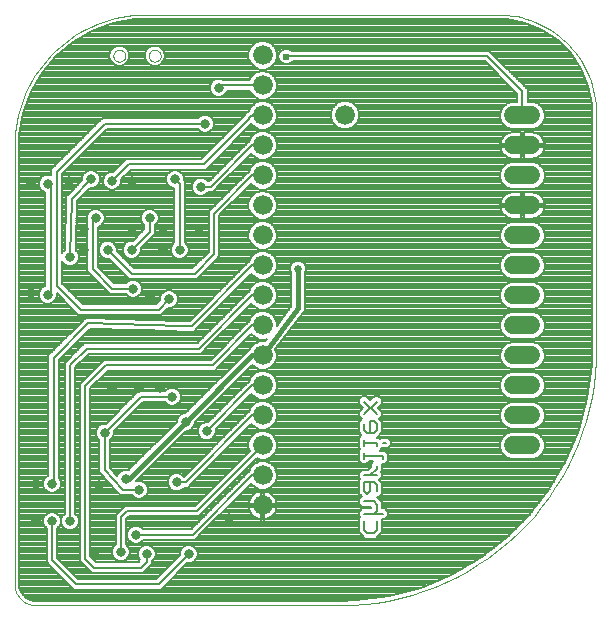
<source format=gbl>
G75*
G70*
%OFA0B0*%
%FSLAX24Y24*%
%IPPOS*%
%LPD*%
%AMOC8*
5,1,8,0,0,1.08239X$1,22.5*
%
%ADD10C,0.0000*%
%ADD11C,0.0080*%
%ADD12C,0.0600*%
%ADD13C,0.0660*%
%ADD14C,0.0060*%
%ADD15C,0.0240*%
%ADD16C,0.0160*%
%ADD17C,0.0320*%
%ADD18C,0.0260*%
D10*
X000544Y001058D02*
X000544Y015662D01*
X003840Y018664D02*
X003842Y018691D01*
X003848Y018718D01*
X003857Y018744D01*
X003870Y018768D01*
X003886Y018791D01*
X003905Y018810D01*
X003927Y018827D01*
X003951Y018841D01*
X003976Y018851D01*
X004003Y018858D01*
X004030Y018861D01*
X004058Y018860D01*
X004085Y018855D01*
X004111Y018847D01*
X004135Y018835D01*
X004158Y018819D01*
X004179Y018801D01*
X004196Y018780D01*
X004211Y018756D01*
X004222Y018731D01*
X004230Y018705D01*
X004234Y018678D01*
X004234Y018650D01*
X004230Y018623D01*
X004222Y018597D01*
X004211Y018572D01*
X004196Y018548D01*
X004179Y018527D01*
X004158Y018509D01*
X004136Y018493D01*
X004111Y018481D01*
X004085Y018473D01*
X004058Y018468D01*
X004030Y018467D01*
X004003Y018470D01*
X003976Y018477D01*
X003951Y018487D01*
X003927Y018501D01*
X003905Y018518D01*
X003886Y018537D01*
X003870Y018560D01*
X003857Y018584D01*
X003848Y018610D01*
X003842Y018637D01*
X003840Y018664D01*
X005021Y018664D02*
X005023Y018691D01*
X005029Y018718D01*
X005038Y018744D01*
X005051Y018768D01*
X005067Y018791D01*
X005086Y018810D01*
X005108Y018827D01*
X005132Y018841D01*
X005157Y018851D01*
X005184Y018858D01*
X005211Y018861D01*
X005239Y018860D01*
X005266Y018855D01*
X005292Y018847D01*
X005316Y018835D01*
X005339Y018819D01*
X005360Y018801D01*
X005377Y018780D01*
X005392Y018756D01*
X005403Y018731D01*
X005411Y018705D01*
X005415Y018678D01*
X005415Y018650D01*
X005411Y018623D01*
X005403Y018597D01*
X005392Y018572D01*
X005377Y018548D01*
X005360Y018527D01*
X005339Y018509D01*
X005317Y018493D01*
X005292Y018481D01*
X005266Y018473D01*
X005239Y018468D01*
X005211Y018467D01*
X005184Y018470D01*
X005157Y018477D01*
X005132Y018487D01*
X005108Y018501D01*
X005086Y018518D01*
X005067Y018537D01*
X005051Y018560D01*
X005038Y018584D01*
X005029Y018610D01*
X005023Y018637D01*
X005021Y018664D01*
X004915Y020033D02*
X016662Y020033D01*
X016818Y020029D01*
X016973Y020018D01*
X017128Y020000D01*
X017281Y019974D01*
X017433Y019941D01*
X017584Y019900D01*
X017732Y019853D01*
X017878Y019799D01*
X018021Y019737D01*
X018161Y019669D01*
X018298Y019595D01*
X018431Y019514D01*
X018560Y019426D01*
X018685Y019333D01*
X018805Y019234D01*
X018920Y019129D01*
X019030Y019019D01*
X019135Y018904D01*
X019234Y018784D01*
X019327Y018659D01*
X019415Y018530D01*
X019496Y018397D01*
X019570Y018260D01*
X019638Y018120D01*
X019700Y017977D01*
X019754Y017831D01*
X019801Y017683D01*
X019842Y017532D01*
X019875Y017380D01*
X019901Y017227D01*
X019919Y017072D01*
X019930Y016917D01*
X019934Y016761D01*
X019934Y008909D01*
X019924Y008502D01*
X019895Y008095D01*
X019847Y007691D01*
X019779Y007289D01*
X019693Y006891D01*
X019587Y006497D01*
X019463Y006109D01*
X019321Y005727D01*
X019160Y005353D01*
X018982Y004986D01*
X018787Y004629D01*
X018575Y004281D01*
X018347Y003943D01*
X018102Y003617D01*
X017843Y003303D01*
X017569Y003001D01*
X017281Y002713D01*
X016979Y002439D01*
X016665Y002180D01*
X016339Y001935D01*
X016001Y001707D01*
X015654Y001495D01*
X015296Y001300D01*
X014929Y001122D01*
X014555Y000961D01*
X014173Y000819D01*
X013785Y000695D01*
X013391Y000589D01*
X012993Y000503D01*
X012591Y000435D01*
X012187Y000387D01*
X011780Y000358D01*
X011373Y000348D01*
X001254Y000348D01*
X001203Y000350D01*
X001153Y000355D01*
X001103Y000364D01*
X001054Y000377D01*
X001006Y000393D01*
X000959Y000412D01*
X000914Y000435D01*
X000870Y000461D01*
X000829Y000490D01*
X000789Y000521D01*
X000752Y000556D01*
X000717Y000593D01*
X000686Y000633D01*
X000657Y000674D01*
X000631Y000718D01*
X000608Y000763D01*
X000589Y000810D01*
X000573Y000858D01*
X000560Y000907D01*
X000551Y000957D01*
X000546Y001007D01*
X000544Y001058D01*
X000544Y015662D02*
X000549Y015870D01*
X000564Y016077D01*
X000588Y016284D01*
X000623Y016489D01*
X000667Y016693D01*
X000721Y016893D01*
X000784Y017092D01*
X000857Y017287D01*
X000939Y017478D01*
X001030Y017665D01*
X001130Y017848D01*
X001238Y018025D01*
X001354Y018197D01*
X001479Y018364D01*
X001612Y018524D01*
X001752Y018678D01*
X001899Y018825D01*
X002053Y018965D01*
X002213Y019098D01*
X002380Y019223D01*
X002552Y019339D01*
X002729Y019447D01*
X002912Y019547D01*
X003099Y019638D01*
X003290Y019720D01*
X003485Y019793D01*
X003684Y019856D01*
X003884Y019910D01*
X004088Y019954D01*
X004293Y019989D01*
X004500Y020013D01*
X004707Y020028D01*
X004915Y020033D01*
D11*
X000695Y000947D02*
X000780Y000741D01*
X000937Y000584D01*
X001143Y000499D01*
X001254Y000488D01*
X001312Y000488D01*
X011315Y000488D01*
X011373Y000488D01*
X011924Y000506D01*
X013016Y000650D01*
X014080Y000935D01*
X015098Y001356D01*
X016052Y001907D01*
X016925Y002578D01*
X017704Y003357D01*
X018375Y004230D01*
X018926Y005184D01*
X019347Y006202D01*
X019632Y007266D01*
X019632Y007266D01*
X019776Y008358D01*
X019794Y008908D01*
X019794Y016761D01*
X019779Y017068D01*
X019659Y017670D01*
X019424Y018238D01*
X019083Y018748D01*
X018649Y019182D01*
X018139Y019523D01*
X017571Y019758D01*
X016969Y019878D01*
X016662Y019893D01*
X016604Y019893D01*
X004915Y019893D01*
X004546Y019877D01*
X003820Y019749D01*
X003127Y019497D01*
X002488Y019128D01*
X001923Y018654D01*
X001449Y018089D01*
X001081Y017450D01*
X000828Y016757D01*
X000700Y016031D01*
X000684Y015662D01*
X000684Y001058D01*
X000695Y000947D01*
X000699Y000937D02*
X002454Y000937D01*
X002520Y000871D02*
X002669Y000871D01*
X005270Y000871D01*
X005419Y000871D01*
X006299Y001751D01*
X006404Y001751D01*
X006514Y001797D01*
X006599Y001881D01*
X006644Y001991D01*
X006644Y002111D01*
X006599Y002221D01*
X006514Y002305D01*
X006404Y002351D01*
X006285Y002351D01*
X006174Y002305D01*
X006090Y002221D01*
X006044Y002111D01*
X006044Y002006D01*
X005270Y001231D01*
X002669Y001231D01*
X001974Y001926D01*
X001974Y002907D01*
X002049Y002981D01*
X002094Y003091D01*
X002140Y002981D01*
X002224Y002897D01*
X002335Y002851D01*
X002454Y002851D01*
X002564Y002897D01*
X002649Y002981D01*
X002694Y003091D01*
X002694Y003211D01*
X002649Y003321D01*
X002574Y003395D01*
X002574Y008277D01*
X003019Y008721D01*
X006769Y008721D01*
X006874Y008827D01*
X006874Y008841D01*
X008428Y010394D01*
X008546Y010276D01*
X008718Y010205D01*
X008905Y010205D01*
X009078Y010276D01*
X009210Y010409D01*
X009282Y010581D01*
X009282Y010768D01*
X009210Y010941D01*
X009078Y011073D01*
X008905Y011145D01*
X008718Y011145D01*
X008546Y011073D01*
X008414Y010941D01*
X008357Y010804D01*
X008298Y010745D01*
X006634Y009081D01*
X002870Y009081D01*
X002764Y008976D01*
X002764Y008976D01*
X002214Y008426D01*
X002214Y008277D01*
X002214Y003395D01*
X002140Y003321D01*
X002094Y003211D01*
X002049Y003321D01*
X001964Y003405D01*
X001854Y003451D01*
X001735Y003451D01*
X001624Y003405D01*
X001540Y003321D01*
X001494Y003211D01*
X001494Y003091D01*
X001540Y002981D01*
X001614Y002907D01*
X001614Y001777D01*
X001720Y001671D01*
X002520Y000871D01*
X002594Y001051D02*
X001794Y001851D01*
X001794Y003151D01*
X001494Y003136D02*
X000684Y003136D01*
X000684Y003214D02*
X001496Y003214D01*
X001528Y003293D02*
X000684Y003293D01*
X000684Y003371D02*
X001590Y003371D01*
X001732Y003450D02*
X000684Y003450D01*
X000684Y003529D02*
X002214Y003529D01*
X002214Y003607D02*
X000684Y003607D01*
X000684Y003686D02*
X002214Y003686D01*
X002214Y003764D02*
X000684Y003764D01*
X000684Y003843D02*
X002214Y003843D01*
X002214Y003921D02*
X000684Y003921D01*
X000684Y004000D02*
X002214Y004000D01*
X002214Y004078D02*
X000684Y004078D01*
X000684Y004157D02*
X001614Y004157D01*
X001624Y004147D02*
X001735Y004101D01*
X001854Y004101D01*
X001964Y004147D01*
X002049Y004231D01*
X002094Y004341D01*
X002094Y004461D01*
X002049Y004571D01*
X002024Y004595D01*
X002024Y008527D01*
X003066Y009569D01*
X005967Y009474D01*
X005970Y009471D01*
X006041Y009471D01*
X006113Y009469D01*
X006115Y009471D01*
X006519Y009471D01*
X006624Y009577D01*
X006624Y009591D01*
X008428Y011394D01*
X008546Y011276D01*
X008718Y011205D01*
X008905Y011205D01*
X009078Y011276D01*
X009210Y011409D01*
X009282Y011581D01*
X009282Y011768D01*
X009210Y011941D01*
X009078Y012073D01*
X008905Y012145D01*
X008718Y012145D01*
X008546Y012073D01*
X008414Y011941D01*
X008357Y011804D01*
X008298Y011745D01*
X006384Y009831D01*
X006048Y009831D01*
X003071Y009929D01*
X003069Y009931D01*
X002998Y009931D01*
X002926Y009934D01*
X002923Y009931D01*
X002920Y009931D01*
X002870Y009881D01*
X002817Y009832D01*
X002817Y009828D01*
X001770Y008781D01*
X001664Y008676D01*
X001664Y004672D01*
X001624Y004655D01*
X001540Y004571D01*
X001494Y004461D01*
X001494Y004341D01*
X001540Y004231D01*
X001624Y004147D01*
X001538Y004235D02*
X000684Y004235D01*
X000684Y004314D02*
X001506Y004314D01*
X001494Y004393D02*
X000684Y004393D01*
X000684Y004471D02*
X001499Y004471D01*
X001531Y004550D02*
X000684Y004550D01*
X000684Y004628D02*
X001597Y004628D01*
X001664Y004707D02*
X000684Y004707D01*
X000684Y004785D02*
X001664Y004785D01*
X001664Y004864D02*
X000684Y004864D01*
X000684Y004942D02*
X001664Y004942D01*
X001664Y005021D02*
X000684Y005021D01*
X000684Y005099D02*
X001664Y005099D01*
X001664Y005178D02*
X000684Y005178D01*
X000684Y005256D02*
X001664Y005256D01*
X001664Y005335D02*
X000684Y005335D01*
X000684Y005414D02*
X001664Y005414D01*
X001664Y005492D02*
X000684Y005492D01*
X000684Y005571D02*
X001664Y005571D01*
X001664Y005649D02*
X000684Y005649D01*
X000684Y005728D02*
X001664Y005728D01*
X001664Y005806D02*
X000684Y005806D01*
X000684Y005885D02*
X001664Y005885D01*
X001664Y005963D02*
X000684Y005963D01*
X000684Y006042D02*
X001664Y006042D01*
X001664Y006120D02*
X000684Y006120D01*
X000684Y006199D02*
X001664Y006199D01*
X001664Y006278D02*
X000684Y006278D01*
X000684Y006356D02*
X001664Y006356D01*
X001664Y006435D02*
X000684Y006435D01*
X000684Y006513D02*
X001664Y006513D01*
X001664Y006592D02*
X000684Y006592D01*
X000684Y006670D02*
X001664Y006670D01*
X001664Y006749D02*
X000684Y006749D01*
X000684Y006827D02*
X001664Y006827D01*
X001664Y006906D02*
X000684Y006906D01*
X000684Y006984D02*
X001664Y006984D01*
X001664Y007063D02*
X000684Y007063D01*
X000684Y007142D02*
X001664Y007142D01*
X001664Y007220D02*
X000684Y007220D01*
X000684Y007299D02*
X001664Y007299D01*
X001664Y007377D02*
X000684Y007377D01*
X000684Y007456D02*
X001664Y007456D01*
X001664Y007534D02*
X000684Y007534D01*
X000684Y007613D02*
X001664Y007613D01*
X001664Y007691D02*
X000684Y007691D01*
X000684Y007770D02*
X001664Y007770D01*
X001664Y007848D02*
X000684Y007848D01*
X000684Y007927D02*
X001664Y007927D01*
X001664Y008006D02*
X000684Y008006D01*
X000684Y008084D02*
X001664Y008084D01*
X001664Y008163D02*
X000684Y008163D01*
X000684Y008241D02*
X001664Y008241D01*
X001664Y008320D02*
X000684Y008320D01*
X000684Y008398D02*
X001664Y008398D01*
X001664Y008477D02*
X000684Y008477D01*
X000684Y008555D02*
X001664Y008555D01*
X001664Y008634D02*
X000684Y008634D01*
X000684Y008712D02*
X001701Y008712D01*
X001779Y008791D02*
X000684Y008791D01*
X000684Y008869D02*
X001858Y008869D01*
X001937Y008948D02*
X000684Y008948D01*
X000684Y009027D02*
X002015Y009027D01*
X002094Y009105D02*
X000684Y009105D01*
X000684Y009184D02*
X002172Y009184D01*
X002251Y009262D02*
X000684Y009262D01*
X000684Y009341D02*
X002329Y009341D01*
X002408Y009419D02*
X000684Y009419D01*
X000684Y009498D02*
X002486Y009498D01*
X002565Y009576D02*
X000684Y009576D01*
X000684Y009655D02*
X002643Y009655D01*
X002722Y009733D02*
X000684Y009733D01*
X000684Y009812D02*
X002801Y009812D01*
X002879Y009891D02*
X000684Y009891D01*
X000684Y009969D02*
X006522Y009969D01*
X006600Y010048D02*
X005445Y010048D01*
X005419Y010021D02*
X005649Y010251D01*
X005754Y010251D01*
X005864Y010297D01*
X005949Y010381D01*
X005994Y010491D01*
X005994Y010611D01*
X005949Y010721D01*
X005864Y010805D01*
X005754Y010851D01*
X005635Y010851D01*
X005524Y010805D01*
X005440Y010721D01*
X005394Y010611D01*
X005394Y010506D01*
X005270Y010381D01*
X002819Y010381D01*
X002124Y011076D01*
X002124Y011819D01*
X002140Y011781D01*
X002224Y011697D01*
X002124Y011697D01*
X002124Y011619D02*
X002964Y011619D01*
X002964Y011626D02*
X002964Y011477D01*
X003614Y010827D01*
X003614Y010827D01*
X003720Y010721D01*
X004250Y010721D01*
X004324Y010647D01*
X004435Y010601D01*
X004554Y010601D01*
X004664Y010647D01*
X004749Y010731D01*
X004794Y010841D01*
X004794Y010961D01*
X004749Y011071D01*
X004664Y011155D01*
X004554Y011201D01*
X004435Y011201D01*
X004324Y011155D01*
X004250Y011081D01*
X003869Y011081D01*
X003324Y011626D01*
X003324Y012960D01*
X003414Y012997D01*
X003499Y013081D01*
X003544Y013191D01*
X003544Y013311D01*
X003499Y013421D01*
X003414Y013505D01*
X003304Y013551D01*
X003185Y013551D01*
X003074Y013505D01*
X002990Y013421D01*
X002944Y013311D01*
X002944Y013191D01*
X002964Y013143D01*
X002964Y013077D01*
X002964Y011626D01*
X002964Y011697D02*
X002564Y011697D01*
X002649Y011781D01*
X002694Y011891D01*
X002694Y012011D01*
X002649Y012121D01*
X002580Y012189D01*
X002622Y013825D01*
X003049Y014251D01*
X003154Y014251D01*
X003264Y014297D01*
X003349Y014381D01*
X003394Y014491D01*
X003394Y014611D01*
X003349Y014721D01*
X003264Y014805D01*
X003154Y014851D01*
X003035Y014851D01*
X002924Y014805D01*
X002840Y014721D01*
X002794Y014611D01*
X002794Y014506D01*
X002319Y014031D01*
X002266Y013980D01*
X002266Y013978D01*
X002264Y013976D01*
X002264Y013904D01*
X002221Y012202D01*
X002140Y012121D01*
X002124Y012083D01*
X002124Y014727D01*
X003619Y016221D01*
X006650Y016221D01*
X006724Y016147D01*
X006835Y016101D01*
X006954Y016101D01*
X007064Y016147D01*
X007149Y016231D01*
X007194Y016341D01*
X007194Y016461D01*
X007149Y016571D01*
X007064Y016655D01*
X006954Y016701D01*
X006835Y016701D01*
X006724Y016655D01*
X006650Y016581D01*
X003470Y016581D01*
X003364Y016476D01*
X001870Y014981D01*
X001764Y014876D01*
X001764Y014676D01*
X001704Y014701D01*
X001585Y014701D01*
X001474Y014655D01*
X001390Y014571D01*
X001344Y014461D01*
X001344Y014341D01*
X001390Y014231D01*
X001474Y014147D01*
X001564Y014110D01*
X001564Y010993D01*
X001474Y010955D01*
X001390Y010871D01*
X001344Y010761D01*
X001344Y010641D01*
X001390Y010531D01*
X001474Y010447D01*
X001585Y010401D01*
X001704Y010401D01*
X001814Y010447D01*
X001899Y010531D01*
X001944Y010641D01*
X001944Y010747D01*
X002564Y010127D01*
X002670Y010021D01*
X005270Y010021D01*
X005419Y010021D01*
X005524Y010126D02*
X006679Y010126D01*
X006757Y010205D02*
X005602Y010205D01*
X005831Y010283D02*
X006836Y010283D01*
X006914Y010362D02*
X005929Y010362D01*
X005973Y010440D02*
X006993Y010440D01*
X007072Y010519D02*
X005994Y010519D01*
X005994Y010597D02*
X007150Y010597D01*
X007229Y010676D02*
X005967Y010676D01*
X005915Y010755D02*
X007307Y010755D01*
X007386Y010833D02*
X005798Y010833D01*
X005591Y010833D02*
X004791Y010833D01*
X004794Y010912D02*
X007464Y010912D01*
X007543Y010990D02*
X004782Y010990D01*
X004750Y011069D02*
X007621Y011069D01*
X007700Y011147D02*
X004672Y011147D01*
X004494Y010901D02*
X003794Y010901D01*
X003144Y011551D01*
X003144Y013151D01*
X003244Y013251D01*
X003450Y013032D02*
X004839Y013032D01*
X004864Y013007D02*
X004864Y012876D01*
X004490Y012501D01*
X004385Y012501D01*
X004274Y012455D01*
X004190Y012371D01*
X004144Y012261D01*
X004144Y012141D01*
X004190Y012031D01*
X004274Y011947D01*
X004385Y011901D01*
X004504Y011901D01*
X004614Y011947D01*
X004699Y012031D01*
X004744Y012141D01*
X004744Y012247D01*
X005744Y012247D01*
X005744Y012261D02*
X005744Y012141D01*
X005790Y012031D01*
X005874Y011947D01*
X005985Y011901D01*
X006104Y011901D01*
X006214Y011947D01*
X006299Y012031D01*
X006344Y012141D01*
X006344Y012261D01*
X006299Y012371D01*
X006224Y012445D01*
X006224Y014327D01*
X006224Y014476D01*
X006194Y014506D01*
X006194Y014611D01*
X006149Y014721D01*
X006064Y014805D01*
X005954Y014851D01*
X005835Y014851D01*
X005724Y014805D01*
X005640Y014721D01*
X005594Y014611D01*
X005594Y014491D01*
X005640Y014381D01*
X005724Y014297D01*
X005835Y014251D01*
X005864Y014251D01*
X005864Y012445D01*
X005790Y012371D01*
X005744Y012261D01*
X005771Y012325D02*
X004823Y012325D01*
X004744Y012247D02*
X005119Y012621D01*
X005224Y012727D01*
X005224Y013007D01*
X005299Y013081D01*
X005344Y013191D01*
X005344Y013311D01*
X005299Y013421D01*
X005214Y013505D01*
X005104Y013551D01*
X004985Y013551D01*
X004874Y013505D01*
X004790Y013421D01*
X004744Y013311D01*
X004744Y013191D01*
X004790Y013081D01*
X004864Y013007D01*
X004864Y012954D02*
X003324Y012954D01*
X003324Y012875D02*
X004864Y012875D01*
X004785Y012797D02*
X003324Y012797D01*
X003324Y012718D02*
X004707Y012718D01*
X004628Y012640D02*
X003324Y012640D01*
X003324Y012561D02*
X004550Y012561D01*
X004339Y012482D02*
X003749Y012482D01*
X003704Y012501D02*
X003814Y012455D01*
X003899Y012371D01*
X003944Y012261D01*
X003944Y012156D01*
X004519Y011581D01*
X006470Y011581D01*
X007014Y012126D01*
X007014Y013476D01*
X007120Y013581D01*
X007134Y013581D01*
X008298Y014745D01*
X008357Y014804D01*
X008414Y014941D01*
X008546Y015073D01*
X008718Y015145D01*
X008905Y015145D01*
X009078Y015073D01*
X009210Y014941D01*
X009282Y014768D01*
X009282Y014581D01*
X009210Y014409D01*
X009078Y014276D01*
X008905Y014205D01*
X008718Y014205D01*
X008546Y014276D01*
X008428Y014394D01*
X007374Y013341D01*
X007374Y011977D01*
X007269Y011871D01*
X006619Y011221D01*
X006470Y011221D01*
X004370Y011221D01*
X004264Y011327D01*
X003690Y011901D01*
X003585Y011901D01*
X003474Y011947D01*
X003390Y012031D01*
X003344Y012141D01*
X003344Y012261D01*
X003390Y012371D01*
X003474Y012455D01*
X003585Y012501D01*
X003704Y012501D01*
X003539Y012482D02*
X003324Y012482D01*
X003324Y012404D02*
X003423Y012404D01*
X003371Y012325D02*
X003324Y012325D01*
X003324Y012247D02*
X003344Y012247D01*
X003344Y012168D02*
X003324Y012168D01*
X003324Y012090D02*
X003366Y012090D01*
X003324Y012011D02*
X003410Y012011D01*
X003324Y011933D02*
X003508Y011933D01*
X003324Y011854D02*
X003737Y011854D01*
X003815Y011776D02*
X003324Y011776D01*
X003324Y011697D02*
X003894Y011697D01*
X003972Y011619D02*
X003331Y011619D01*
X003410Y011540D02*
X004051Y011540D01*
X004129Y011461D02*
X003489Y011461D01*
X003567Y011383D02*
X004208Y011383D01*
X004287Y011304D02*
X003646Y011304D01*
X003724Y011226D02*
X004365Y011226D01*
X004316Y011147D02*
X003803Y011147D01*
X003529Y010912D02*
X002288Y010912D01*
X002210Y010990D02*
X003451Y010990D01*
X003372Y011069D02*
X002131Y011069D01*
X002124Y011147D02*
X003294Y011147D01*
X003215Y011226D02*
X002124Y011226D01*
X002124Y011304D02*
X003137Y011304D01*
X003058Y011383D02*
X002124Y011383D01*
X002124Y011461D02*
X002979Y011461D01*
X002964Y011540D02*
X002124Y011540D01*
X002224Y011697D02*
X002335Y011651D01*
X002454Y011651D01*
X002564Y011697D01*
X002643Y011776D02*
X002964Y011776D01*
X002964Y011854D02*
X002679Y011854D01*
X002694Y011933D02*
X002964Y011933D01*
X002964Y012011D02*
X002694Y012011D01*
X002662Y012090D02*
X002964Y012090D01*
X002964Y012168D02*
X002601Y012168D01*
X002582Y012247D02*
X002964Y012247D01*
X002964Y012325D02*
X002584Y012325D01*
X002586Y012404D02*
X002964Y012404D01*
X002964Y012482D02*
X002588Y012482D01*
X002590Y012561D02*
X002964Y012561D01*
X002964Y012640D02*
X002592Y012640D01*
X002594Y012718D02*
X002964Y012718D01*
X002964Y012797D02*
X002596Y012797D01*
X002598Y012875D02*
X002964Y012875D01*
X002964Y012954D02*
X002600Y012954D01*
X002602Y013032D02*
X002964Y013032D01*
X002964Y013111D02*
X002604Y013111D01*
X002606Y013189D02*
X002945Y013189D01*
X002944Y013268D02*
X002608Y013268D01*
X002610Y013346D02*
X002959Y013346D01*
X002994Y013425D02*
X002612Y013425D01*
X002614Y013504D02*
X003072Y013504D01*
X003416Y013504D02*
X004872Y013504D01*
X004794Y013425D02*
X003495Y013425D01*
X003529Y013346D02*
X004759Y013346D01*
X004744Y013268D02*
X003544Y013268D01*
X003543Y013189D02*
X004745Y013189D01*
X004778Y013111D02*
X003511Y013111D01*
X003866Y012404D02*
X004223Y012404D01*
X004171Y012325D02*
X003917Y012325D01*
X003944Y012247D02*
X004144Y012247D01*
X004144Y012168D02*
X003944Y012168D01*
X004010Y012090D02*
X004166Y012090D01*
X004210Y012011D02*
X004089Y012011D01*
X004167Y011933D02*
X004308Y011933D01*
X004246Y011854D02*
X006743Y011854D01*
X006821Y011933D02*
X006180Y011933D01*
X006279Y012011D02*
X006900Y012011D01*
X006978Y012090D02*
X006323Y012090D01*
X006344Y012168D02*
X007014Y012168D01*
X007014Y012247D02*
X006344Y012247D01*
X006317Y012325D02*
X007014Y012325D01*
X007014Y012404D02*
X006266Y012404D01*
X006224Y012482D02*
X007014Y012482D01*
X007014Y012561D02*
X006224Y012561D01*
X006224Y012640D02*
X007014Y012640D01*
X007014Y012718D02*
X006224Y012718D01*
X006224Y012797D02*
X007014Y012797D01*
X007014Y012875D02*
X006224Y012875D01*
X006224Y012954D02*
X007014Y012954D01*
X007014Y013032D02*
X006224Y013032D01*
X006224Y013111D02*
X007014Y013111D01*
X007014Y013189D02*
X006224Y013189D01*
X006224Y013268D02*
X007014Y013268D01*
X007014Y013346D02*
X006224Y013346D01*
X006224Y013425D02*
X007014Y013425D01*
X007042Y013504D02*
X006224Y013504D01*
X006224Y013582D02*
X007135Y013582D01*
X007213Y013661D02*
X006224Y013661D01*
X006224Y013739D02*
X007292Y013739D01*
X007370Y013818D02*
X006224Y013818D01*
X006224Y013896D02*
X007449Y013896D01*
X007527Y013975D02*
X006224Y013975D01*
X006224Y014053D02*
X006568Y014053D01*
X006574Y014047D02*
X006685Y014001D01*
X006804Y014001D01*
X006914Y014047D01*
X006989Y014121D01*
X007169Y014121D01*
X007274Y014227D01*
X007274Y014241D01*
X008428Y015394D01*
X008546Y015276D01*
X008718Y015205D01*
X008905Y015205D01*
X009078Y015276D01*
X009210Y015409D01*
X009282Y015581D01*
X009282Y015768D01*
X009210Y015941D01*
X009078Y016073D01*
X008905Y016145D01*
X008718Y016145D01*
X008546Y016073D01*
X008414Y015941D01*
X008357Y015804D01*
X008298Y015745D01*
X007034Y014481D01*
X006989Y014481D01*
X006914Y014555D01*
X006804Y014601D01*
X006685Y014601D01*
X006574Y014555D01*
X006490Y014471D01*
X006444Y014361D01*
X006444Y014241D01*
X006490Y014131D01*
X006574Y014047D01*
X006490Y014132D02*
X006224Y014132D01*
X006224Y014210D02*
X006457Y014210D01*
X006444Y014289D02*
X006224Y014289D01*
X006224Y014368D02*
X006447Y014368D01*
X006480Y014446D02*
X006224Y014446D01*
X006194Y014525D02*
X006543Y014525D01*
X006744Y014301D02*
X007094Y014301D01*
X007258Y014210D02*
X007763Y014210D01*
X007685Y014132D02*
X007179Y014132D01*
X007322Y014289D02*
X007842Y014289D01*
X007920Y014368D02*
X007401Y014368D01*
X007479Y014446D02*
X007999Y014446D01*
X008077Y014525D02*
X007558Y014525D01*
X007637Y014603D02*
X008156Y014603D01*
X008234Y014682D02*
X007715Y014682D01*
X007794Y014760D02*
X008313Y014760D01*
X008371Y014839D02*
X007872Y014839D01*
X007951Y014917D02*
X008404Y014917D01*
X008468Y014996D02*
X008029Y014996D01*
X008108Y015074D02*
X008549Y015074D01*
X008654Y015231D02*
X008265Y015231D01*
X008186Y015153D02*
X019794Y015153D01*
X019794Y015231D02*
X008970Y015231D01*
X009112Y015310D02*
X016927Y015310D01*
X016943Y015298D02*
X017004Y015267D01*
X017070Y015246D01*
X017139Y015235D01*
X017433Y015235D01*
X017433Y015635D01*
X016734Y015635D01*
X016744Y015572D01*
X016766Y015506D01*
X016797Y015444D01*
X016838Y015388D01*
X016887Y015339D01*
X016943Y015298D01*
X016837Y015389D02*
X009190Y015389D01*
X009235Y015467D02*
X016785Y015467D01*
X016753Y015546D02*
X009267Y015546D01*
X009282Y015624D02*
X016736Y015624D01*
X016734Y015715D02*
X017433Y015715D01*
X017433Y015635D01*
X017513Y015635D01*
X017513Y015235D01*
X017808Y015235D01*
X017876Y015246D01*
X017942Y015267D01*
X018004Y015298D01*
X018060Y015339D01*
X018109Y015388D01*
X018150Y015444D01*
X018181Y015506D01*
X018203Y015572D01*
X018212Y015635D01*
X017514Y015635D01*
X017514Y015715D01*
X018212Y015715D01*
X018203Y015778D01*
X018181Y015844D01*
X018150Y015905D01*
X018109Y015961D01*
X018060Y016010D01*
X018004Y016051D01*
X017942Y016083D01*
X017876Y016104D01*
X017808Y016115D01*
X017513Y016115D01*
X017513Y015715D01*
X017433Y015715D01*
X017433Y016115D01*
X017139Y016115D01*
X017070Y016104D01*
X017004Y016083D01*
X016943Y016051D01*
X016887Y016010D01*
X016838Y015961D01*
X016797Y015905D01*
X016766Y015844D01*
X016744Y015778D01*
X016734Y015715D01*
X016745Y015781D02*
X009277Y015781D01*
X009282Y015703D02*
X017433Y015703D01*
X017433Y015781D02*
X017513Y015781D01*
X017514Y015703D02*
X019794Y015703D01*
X019794Y015781D02*
X018201Y015781D01*
X018173Y015860D02*
X019794Y015860D01*
X019794Y015938D02*
X018126Y015938D01*
X018051Y016017D02*
X019794Y016017D01*
X019794Y016095D02*
X017902Y016095D01*
X017861Y016235D02*
X018023Y016302D01*
X018146Y016426D01*
X018213Y016587D01*
X018213Y016762D01*
X018146Y016924D01*
X018023Y017048D01*
X017861Y017115D01*
X017643Y017115D01*
X017643Y017404D01*
X017643Y017544D01*
X016462Y018726D01*
X016363Y018825D01*
X009776Y018825D01*
X009747Y018854D01*
X009651Y018894D01*
X009548Y018894D01*
X009452Y018854D01*
X009379Y018781D01*
X009339Y018686D01*
X009339Y018582D01*
X009379Y018487D01*
X009452Y018413D01*
X009548Y018374D01*
X009651Y018374D01*
X009747Y018413D01*
X009818Y018485D01*
X016222Y018485D01*
X017303Y017404D01*
X017303Y017115D01*
X017086Y017115D01*
X016924Y017048D01*
X016800Y016924D01*
X016733Y016762D01*
X016733Y016587D01*
X016800Y016426D01*
X016924Y016302D01*
X017086Y016235D01*
X017861Y016235D01*
X017904Y016253D02*
X019794Y016253D01*
X019794Y016331D02*
X018052Y016331D01*
X018130Y016410D02*
X019794Y016410D01*
X019794Y016488D02*
X018172Y016488D01*
X018205Y016567D02*
X019794Y016567D01*
X019794Y016645D02*
X018213Y016645D01*
X018213Y016724D02*
X019794Y016724D01*
X019792Y016802D02*
X018197Y016802D01*
X018164Y016881D02*
X019788Y016881D01*
X019784Y016959D02*
X018111Y016959D01*
X018032Y017038D02*
X019780Y017038D01*
X019769Y017117D02*
X017643Y017117D01*
X017643Y017195D02*
X019754Y017195D01*
X019738Y017274D02*
X017643Y017274D01*
X017643Y017352D02*
X019722Y017352D01*
X019707Y017431D02*
X017643Y017431D01*
X017643Y017509D02*
X019691Y017509D01*
X019676Y017588D02*
X017600Y017588D01*
X017521Y017666D02*
X019660Y017666D01*
X019628Y017745D02*
X017443Y017745D01*
X017364Y017823D02*
X019596Y017823D01*
X019563Y017902D02*
X017286Y017902D01*
X017207Y017981D02*
X019531Y017981D01*
X019498Y018059D02*
X017129Y018059D01*
X017050Y018138D02*
X019466Y018138D01*
X019433Y018216D02*
X016972Y018216D01*
X016893Y018295D02*
X019386Y018295D01*
X019334Y018373D02*
X016815Y018373D01*
X016736Y018452D02*
X019281Y018452D01*
X019229Y018530D02*
X016657Y018530D01*
X016579Y018609D02*
X019176Y018609D01*
X019124Y018687D02*
X016500Y018687D01*
X016422Y018766D02*
X019065Y018766D01*
X018987Y018844D02*
X009756Y018844D01*
X009442Y018844D02*
X009250Y018844D01*
X009282Y018768D02*
X009210Y018941D01*
X009078Y019073D01*
X008905Y019145D01*
X008718Y019145D01*
X008546Y019073D01*
X008414Y018941D01*
X008342Y018768D01*
X008342Y018581D01*
X008414Y018409D01*
X008546Y018276D01*
X008718Y018205D01*
X008905Y018205D01*
X009078Y018276D01*
X009210Y018409D01*
X009282Y018581D01*
X009282Y018768D01*
X009282Y018766D02*
X009373Y018766D01*
X009340Y018687D02*
X009282Y018687D01*
X009282Y018609D02*
X009339Y018609D01*
X009361Y018530D02*
X009261Y018530D01*
X009228Y018452D02*
X009414Y018452D01*
X009175Y018373D02*
X016334Y018373D01*
X016412Y018295D02*
X009097Y018295D01*
X008933Y018216D02*
X016491Y018216D01*
X016569Y018138D02*
X008923Y018138D01*
X008905Y018145D02*
X008718Y018145D01*
X008546Y018073D01*
X008414Y017941D01*
X008374Y017845D01*
X007525Y017845D01*
X007514Y017855D01*
X007404Y017901D01*
X007285Y017901D01*
X007174Y017855D01*
X007090Y017771D01*
X007044Y017661D01*
X007044Y017541D01*
X007090Y017431D01*
X007174Y017347D01*
X007285Y017301D01*
X007404Y017301D01*
X007514Y017347D01*
X007599Y017431D01*
X007629Y017505D01*
X008374Y017505D01*
X008414Y017409D01*
X008546Y017276D01*
X008718Y017205D01*
X008905Y017205D01*
X009078Y017276D01*
X009210Y017409D01*
X009282Y017581D01*
X009282Y017768D01*
X009210Y017941D01*
X009078Y018073D01*
X008905Y018145D01*
X008701Y018138D02*
X001490Y018138D01*
X001432Y018059D02*
X008532Y018059D01*
X008453Y017981D02*
X001387Y017981D01*
X001341Y017902D02*
X008397Y017902D01*
X008527Y018295D02*
X001622Y018295D01*
X001688Y018373D02*
X003859Y018373D01*
X003846Y018379D02*
X003970Y018327D01*
X004104Y018327D01*
X004228Y018379D01*
X004322Y018473D01*
X004374Y018597D01*
X004374Y018731D01*
X004322Y018855D01*
X004228Y018950D01*
X004104Y019001D01*
X003970Y019001D01*
X003846Y018950D01*
X003751Y018855D01*
X003700Y018731D01*
X003700Y018597D01*
X003751Y018473D01*
X003846Y018379D01*
X003773Y018452D02*
X001754Y018452D01*
X001820Y018530D02*
X003728Y018530D01*
X003700Y018609D02*
X001886Y018609D01*
X001963Y018687D02*
X003700Y018687D01*
X003714Y018766D02*
X002057Y018766D01*
X002150Y018844D02*
X003747Y018844D01*
X003819Y018923D02*
X002244Y018923D01*
X002338Y019002D02*
X008474Y019002D01*
X008406Y018923D02*
X005435Y018923D01*
X005409Y018950D02*
X005503Y018855D01*
X005555Y018731D01*
X005555Y018597D01*
X005503Y018473D01*
X005409Y018379D01*
X005285Y018327D01*
X005151Y018327D01*
X005027Y018379D01*
X004932Y018473D01*
X004881Y018597D01*
X004881Y018731D01*
X004932Y018855D01*
X005027Y018950D01*
X005151Y019001D01*
X005285Y019001D01*
X005409Y018950D01*
X005508Y018844D02*
X008374Y018844D01*
X008342Y018766D02*
X005540Y018766D01*
X005555Y018687D02*
X008342Y018687D01*
X008342Y018609D02*
X005555Y018609D01*
X005527Y018530D02*
X008363Y018530D01*
X008396Y018452D02*
X005482Y018452D01*
X005396Y018373D02*
X008449Y018373D01*
X008691Y018216D02*
X001556Y018216D01*
X001296Y017823D02*
X007142Y017823D01*
X007079Y017745D02*
X001251Y017745D01*
X001205Y017666D02*
X007047Y017666D01*
X007044Y017588D02*
X001160Y017588D01*
X001115Y017509D02*
X007058Y017509D01*
X007090Y017431D02*
X001073Y017431D01*
X001045Y017352D02*
X007169Y017352D01*
X007519Y017352D02*
X008470Y017352D01*
X008404Y017431D02*
X007598Y017431D01*
X008258Y016768D02*
X008191Y016652D01*
X006770Y015231D01*
X004270Y015231D01*
X004164Y015126D01*
X003840Y014801D01*
X003735Y014801D01*
X003624Y014755D01*
X003540Y014671D01*
X003494Y014561D01*
X003494Y014441D01*
X003540Y014331D01*
X003624Y014247D01*
X003735Y014201D01*
X003854Y014201D01*
X003964Y014247D01*
X004049Y014331D01*
X004094Y014441D01*
X004094Y014547D01*
X004419Y014871D01*
X006770Y014871D01*
X006919Y014871D01*
X008435Y016387D01*
X008546Y016276D01*
X008718Y016205D01*
X008905Y016205D01*
X009078Y016276D01*
X009210Y016409D01*
X009282Y016581D01*
X009282Y016768D01*
X009210Y016941D01*
X009078Y017073D01*
X008905Y017145D01*
X008718Y017145D01*
X008546Y017073D01*
X008414Y016941D01*
X008368Y016832D01*
X008258Y016768D01*
X008258Y016768D01*
X008258Y016768D01*
X008232Y016724D02*
X000822Y016724D01*
X000809Y016645D02*
X006714Y016645D01*
X006894Y016401D02*
X003544Y016401D01*
X001944Y014801D01*
X001944Y011001D01*
X002744Y010201D01*
X005344Y010201D01*
X005694Y010551D01*
X005421Y010676D02*
X004693Y010676D01*
X004758Y010755D02*
X005473Y010755D01*
X005394Y010597D02*
X002602Y010597D01*
X002524Y010676D02*
X004295Y010676D01*
X003686Y010755D02*
X002445Y010755D01*
X002367Y010833D02*
X003608Y010833D01*
X002760Y010440D02*
X005329Y010440D01*
X005394Y010519D02*
X002681Y010519D01*
X002486Y010205D02*
X000684Y010205D01*
X000684Y010283D02*
X002408Y010283D01*
X002329Y010362D02*
X000684Y010362D01*
X000684Y010440D02*
X001490Y010440D01*
X001402Y010519D02*
X000684Y010519D01*
X000684Y010597D02*
X001362Y010597D01*
X001344Y010676D02*
X000684Y010676D01*
X000684Y010755D02*
X001344Y010755D01*
X001374Y010833D02*
X000684Y010833D01*
X000684Y010912D02*
X001430Y010912D01*
X001558Y010990D02*
X000684Y010990D01*
X000684Y011069D02*
X001564Y011069D01*
X001564Y011147D02*
X000684Y011147D01*
X000684Y011226D02*
X001564Y011226D01*
X001564Y011304D02*
X000684Y011304D01*
X000684Y011383D02*
X001564Y011383D01*
X001564Y011461D02*
X000684Y011461D01*
X000684Y011540D02*
X001564Y011540D01*
X001564Y011619D02*
X000684Y011619D01*
X000684Y011697D02*
X001564Y011697D01*
X001564Y011776D02*
X000684Y011776D01*
X000684Y011854D02*
X001564Y011854D01*
X001564Y011933D02*
X000684Y011933D01*
X000684Y012011D02*
X001564Y012011D01*
X001564Y012090D02*
X000684Y012090D01*
X000684Y012168D02*
X001564Y012168D01*
X001564Y012247D02*
X000684Y012247D01*
X000684Y012325D02*
X001564Y012325D01*
X001564Y012404D02*
X000684Y012404D01*
X000684Y012482D02*
X001564Y012482D01*
X001564Y012561D02*
X000684Y012561D01*
X000684Y012640D02*
X001564Y012640D01*
X001564Y012718D02*
X000684Y012718D01*
X000684Y012797D02*
X001564Y012797D01*
X001564Y012875D02*
X000684Y012875D01*
X000684Y012954D02*
X001564Y012954D01*
X001564Y013032D02*
X000684Y013032D01*
X000684Y013111D02*
X001564Y013111D01*
X001564Y013189D02*
X000684Y013189D01*
X000684Y013268D02*
X001564Y013268D01*
X001564Y013346D02*
X000684Y013346D01*
X000684Y013425D02*
X001564Y013425D01*
X001564Y013504D02*
X000684Y013504D01*
X000684Y013582D02*
X001564Y013582D01*
X001564Y013661D02*
X000684Y013661D01*
X000684Y013739D02*
X001564Y013739D01*
X001564Y013818D02*
X000684Y013818D01*
X000684Y013896D02*
X001564Y013896D01*
X001564Y013975D02*
X000684Y013975D01*
X000684Y014053D02*
X001564Y014053D01*
X001510Y014132D02*
X000684Y014132D01*
X000684Y014210D02*
X001411Y014210D01*
X001366Y014289D02*
X000684Y014289D01*
X000684Y014368D02*
X001344Y014368D01*
X001344Y014446D02*
X000684Y014446D01*
X000684Y014525D02*
X001371Y014525D01*
X001422Y014603D02*
X000684Y014603D01*
X000684Y014682D02*
X001538Y014682D01*
X001751Y014682D02*
X001764Y014682D01*
X001764Y014760D02*
X000684Y014760D01*
X000684Y014839D02*
X001764Y014839D01*
X001806Y014917D02*
X000684Y014917D01*
X000684Y014996D02*
X001884Y014996D01*
X001963Y015074D02*
X000684Y015074D01*
X000684Y015153D02*
X002041Y015153D01*
X002120Y015231D02*
X000684Y015231D01*
X000684Y015310D02*
X002199Y015310D01*
X002277Y015389D02*
X000684Y015389D01*
X000684Y015467D02*
X002356Y015467D01*
X002434Y015546D02*
X000684Y015546D01*
X000684Y015624D02*
X002513Y015624D01*
X002591Y015703D02*
X000686Y015703D01*
X000689Y015781D02*
X002670Y015781D01*
X002748Y015860D02*
X000693Y015860D01*
X000696Y015938D02*
X002827Y015938D01*
X002905Y016017D02*
X000700Y016017D01*
X000712Y016095D02*
X002984Y016095D01*
X003063Y016174D02*
X000726Y016174D01*
X000739Y016253D02*
X003141Y016253D01*
X003220Y016331D02*
X000753Y016331D01*
X000767Y016410D02*
X003298Y016410D01*
X003377Y016488D02*
X000781Y016488D01*
X000795Y016567D02*
X003455Y016567D01*
X003572Y016174D02*
X006697Y016174D01*
X007091Y016174D02*
X007713Y016174D01*
X007791Y016253D02*
X007157Y016253D01*
X007190Y016331D02*
X007870Y016331D01*
X007948Y016410D02*
X007194Y016410D01*
X007183Y016488D02*
X008027Y016488D01*
X008105Y016567D02*
X007150Y016567D01*
X007074Y016645D02*
X008184Y016645D01*
X008351Y016557D02*
X006844Y015051D01*
X004344Y015051D01*
X003794Y014501D01*
X003582Y014289D02*
X003245Y014289D01*
X003335Y014368D02*
X003525Y014368D01*
X003494Y014446D02*
X003375Y014446D01*
X003394Y014525D02*
X003494Y014525D01*
X003512Y014603D02*
X003394Y014603D01*
X003365Y014682D02*
X003551Y014682D01*
X003636Y014760D02*
X003309Y014760D01*
X003184Y014839D02*
X003877Y014839D01*
X003956Y014917D02*
X002315Y014917D01*
X002236Y014839D02*
X003005Y014839D01*
X002879Y014760D02*
X002158Y014760D01*
X002124Y014682D02*
X002824Y014682D01*
X002794Y014603D02*
X002124Y014603D01*
X002124Y014525D02*
X002794Y014525D01*
X002735Y014446D02*
X002124Y014446D01*
X002124Y014368D02*
X002656Y014368D01*
X002578Y014289D02*
X002124Y014289D01*
X002124Y014210D02*
X002499Y014210D01*
X002420Y014132D02*
X002124Y014132D01*
X002124Y014053D02*
X002342Y014053D01*
X002264Y013975D02*
X002124Y013975D01*
X002124Y013896D02*
X002264Y013896D01*
X002262Y013818D02*
X002124Y013818D01*
X002124Y013739D02*
X002260Y013739D01*
X002258Y013661D02*
X002124Y013661D01*
X002124Y013582D02*
X002256Y013582D01*
X002254Y013504D02*
X002124Y013504D01*
X002124Y013425D02*
X002252Y013425D01*
X002250Y013346D02*
X002124Y013346D01*
X002124Y013268D02*
X002248Y013268D01*
X002246Y013189D02*
X002124Y013189D01*
X002124Y013111D02*
X002244Y013111D01*
X002242Y013032D02*
X002124Y013032D01*
X002124Y012954D02*
X002240Y012954D01*
X002238Y012875D02*
X002124Y012875D01*
X002124Y012797D02*
X002236Y012797D01*
X002234Y012718D02*
X002124Y012718D01*
X002124Y012640D02*
X002232Y012640D01*
X002230Y012561D02*
X002124Y012561D01*
X002124Y012482D02*
X002228Y012482D01*
X002226Y012404D02*
X002124Y012404D01*
X002124Y012325D02*
X002224Y012325D01*
X002222Y012247D02*
X002124Y012247D01*
X002124Y012168D02*
X002187Y012168D01*
X002127Y012090D02*
X002124Y012090D01*
X002394Y011951D02*
X002444Y013901D01*
X003094Y014551D01*
X003008Y014210D02*
X003712Y014210D01*
X003876Y014210D02*
X005864Y014210D01*
X005864Y014132D02*
X002929Y014132D01*
X002851Y014053D02*
X005864Y014053D01*
X005864Y013975D02*
X002772Y013975D01*
X002694Y013896D02*
X005864Y013896D01*
X005864Y013818D02*
X002622Y013818D01*
X002620Y013739D02*
X005864Y013739D01*
X005864Y013661D02*
X002618Y013661D01*
X002616Y013582D02*
X005864Y013582D01*
X005864Y013504D02*
X005216Y013504D01*
X005295Y013425D02*
X005864Y013425D01*
X005864Y013346D02*
X005329Y013346D01*
X005344Y013268D02*
X005864Y013268D01*
X005864Y013189D02*
X005343Y013189D01*
X005311Y013111D02*
X005864Y013111D01*
X005864Y013032D02*
X005250Y013032D01*
X005224Y012954D02*
X005864Y012954D01*
X005864Y012875D02*
X005224Y012875D01*
X005224Y012797D02*
X005864Y012797D01*
X005864Y012718D02*
X005216Y012718D01*
X005137Y012640D02*
X005864Y012640D01*
X005864Y012561D02*
X005059Y012561D01*
X004980Y012482D02*
X005864Y012482D01*
X005823Y012404D02*
X004901Y012404D01*
X004744Y012168D02*
X005744Y012168D01*
X005766Y012090D02*
X004723Y012090D01*
X004679Y012011D02*
X005810Y012011D01*
X005908Y011933D02*
X004580Y011933D01*
X004403Y011697D02*
X006586Y011697D01*
X006664Y011776D02*
X004324Y011776D01*
X004481Y011619D02*
X006507Y011619D01*
X006544Y011401D02*
X007194Y012051D01*
X007194Y013401D01*
X007380Y013346D02*
X008476Y013346D01*
X008414Y013409D02*
X008342Y013581D01*
X008342Y013768D01*
X008414Y013941D01*
X008546Y014073D01*
X008718Y014145D01*
X008905Y014145D01*
X009078Y014073D01*
X009210Y013941D01*
X009282Y013768D01*
X009282Y013581D01*
X009210Y013409D01*
X009078Y013276D01*
X008905Y013205D01*
X008718Y013205D01*
X008546Y013276D01*
X008414Y013409D01*
X008407Y013425D02*
X007458Y013425D01*
X007537Y013504D02*
X008374Y013504D01*
X008342Y013582D02*
X007616Y013582D01*
X007694Y013661D02*
X008342Y013661D01*
X008342Y013739D02*
X007773Y013739D01*
X007851Y013818D02*
X008362Y013818D01*
X008395Y013896D02*
X007930Y013896D01*
X008008Y013975D02*
X008447Y013975D01*
X008526Y014053D02*
X008087Y014053D01*
X008165Y014132D02*
X008687Y014132D01*
X008705Y014210D02*
X008244Y014210D01*
X008322Y014289D02*
X008533Y014289D01*
X008455Y014368D02*
X008401Y014368D01*
X008919Y014210D02*
X019794Y014210D01*
X019794Y014132D02*
X008937Y014132D01*
X009098Y014053D02*
X016947Y014053D01*
X016943Y014051D02*
X016887Y014010D01*
X016838Y013961D01*
X016797Y013905D01*
X016766Y013844D01*
X016744Y013778D01*
X016734Y013715D01*
X017433Y013715D01*
X017433Y013635D01*
X016734Y013635D01*
X016744Y013572D01*
X016766Y013506D01*
X016797Y013444D01*
X016838Y013388D01*
X016887Y013339D01*
X016943Y013298D01*
X017004Y013267D01*
X017070Y013246D01*
X017139Y013235D01*
X017433Y013235D01*
X017433Y013635D01*
X017513Y013635D01*
X017513Y013235D01*
X017808Y013235D01*
X017876Y013246D01*
X017942Y013267D01*
X018004Y013298D01*
X018060Y013339D01*
X018109Y013388D01*
X018150Y013444D01*
X018181Y013506D01*
X018203Y013572D01*
X018212Y013635D01*
X017514Y013635D01*
X017514Y013715D01*
X018212Y013715D01*
X018203Y013778D01*
X018181Y013844D01*
X018150Y013905D01*
X018109Y013961D01*
X018060Y014010D01*
X018004Y014051D01*
X017942Y014083D01*
X017876Y014104D01*
X017808Y014115D01*
X017513Y014115D01*
X017513Y013715D01*
X017433Y013715D01*
X017433Y014115D01*
X017139Y014115D01*
X017070Y014104D01*
X017004Y014083D01*
X016943Y014051D01*
X016851Y013975D02*
X009177Y013975D01*
X009229Y013896D02*
X016792Y013896D01*
X016757Y013818D02*
X009261Y013818D01*
X009282Y013739D02*
X016738Y013739D01*
X016743Y013582D02*
X009282Y013582D01*
X009282Y013661D02*
X017433Y013661D01*
X017433Y013739D02*
X017513Y013739D01*
X017514Y013661D02*
X019794Y013661D01*
X019794Y013739D02*
X018209Y013739D01*
X018190Y013818D02*
X019794Y013818D01*
X019794Y013896D02*
X018154Y013896D01*
X018096Y013975D02*
X019794Y013975D01*
X019794Y014053D02*
X018000Y014053D01*
X017861Y014235D02*
X018023Y014302D01*
X018146Y014426D01*
X018213Y014587D01*
X018213Y014762D01*
X018146Y014924D01*
X018023Y015048D01*
X017861Y015115D01*
X017086Y015115D01*
X016924Y015048D01*
X016800Y014924D01*
X016733Y014762D01*
X016733Y014587D01*
X016800Y014426D01*
X016924Y014302D01*
X017086Y014235D01*
X017861Y014235D01*
X017992Y014289D02*
X019794Y014289D01*
X019794Y014368D02*
X018088Y014368D01*
X018155Y014446D02*
X019794Y014446D01*
X019794Y014525D02*
X018187Y014525D01*
X018213Y014603D02*
X019794Y014603D01*
X019794Y014682D02*
X018213Y014682D01*
X018213Y014760D02*
X019794Y014760D01*
X019794Y014839D02*
X018182Y014839D01*
X018149Y014917D02*
X019794Y014917D01*
X019794Y014996D02*
X018075Y014996D01*
X017958Y015074D02*
X019794Y015074D01*
X019794Y015310D02*
X018020Y015310D01*
X018109Y015389D02*
X019794Y015389D01*
X019794Y015467D02*
X018161Y015467D01*
X018194Y015546D02*
X019794Y015546D01*
X019794Y015624D02*
X018211Y015624D01*
X017513Y015624D02*
X017433Y015624D01*
X017433Y015546D02*
X017513Y015546D01*
X017513Y015467D02*
X017433Y015467D01*
X017433Y015389D02*
X017513Y015389D01*
X017513Y015310D02*
X017433Y015310D01*
X016988Y015074D02*
X009075Y015074D01*
X009156Y014996D02*
X016872Y014996D01*
X016798Y014917D02*
X009220Y014917D01*
X009253Y014839D02*
X016765Y014839D01*
X016733Y014760D02*
X009282Y014760D01*
X009282Y014682D02*
X016733Y014682D01*
X016733Y014603D02*
X009282Y014603D01*
X009258Y014525D02*
X016759Y014525D01*
X016792Y014446D02*
X009226Y014446D01*
X009169Y014368D02*
X016858Y014368D01*
X016955Y014289D02*
X009091Y014289D01*
X009250Y013504D02*
X016767Y013504D01*
X016811Y013425D02*
X009217Y013425D01*
X009148Y013346D02*
X016879Y013346D01*
X017003Y013268D02*
X009058Y013268D01*
X008987Y013111D02*
X017076Y013111D01*
X017086Y013115D02*
X016924Y013048D01*
X016800Y012924D01*
X016733Y012762D01*
X016733Y012587D01*
X016800Y012426D01*
X016924Y012302D01*
X017086Y012235D01*
X017861Y012235D01*
X018023Y012302D01*
X018146Y012426D01*
X018213Y012587D01*
X018213Y012762D01*
X018146Y012924D01*
X018023Y013048D01*
X017861Y013115D01*
X017086Y013115D01*
X016909Y013032D02*
X009119Y013032D01*
X009078Y013073D02*
X008905Y013145D01*
X008718Y013145D01*
X008546Y013073D01*
X008414Y012941D01*
X008342Y012768D01*
X008342Y012581D01*
X008414Y012409D01*
X008546Y012276D01*
X008718Y012205D01*
X008905Y012205D01*
X009078Y012276D01*
X009210Y012409D01*
X009282Y012581D01*
X009282Y012768D01*
X009210Y012941D01*
X009078Y013073D01*
X009198Y012954D02*
X016830Y012954D01*
X016780Y012875D02*
X009238Y012875D01*
X009270Y012797D02*
X016748Y012797D01*
X016733Y012718D02*
X009282Y012718D01*
X009282Y012640D02*
X016733Y012640D01*
X016744Y012561D02*
X009274Y012561D01*
X009241Y012482D02*
X016777Y012482D01*
X016822Y012404D02*
X009206Y012404D01*
X009127Y012325D02*
X016901Y012325D01*
X017057Y012247D02*
X009007Y012247D01*
X009038Y012090D02*
X017025Y012090D01*
X017086Y012115D02*
X016924Y012048D01*
X016800Y011924D01*
X016733Y011762D01*
X016733Y011587D01*
X016800Y011426D01*
X016924Y011302D01*
X017086Y011235D01*
X017861Y011235D01*
X018023Y011302D01*
X018146Y011426D01*
X018213Y011587D01*
X018213Y011762D01*
X018146Y011924D01*
X018023Y012048D01*
X017861Y012115D01*
X017086Y012115D01*
X016888Y012011D02*
X009140Y012011D01*
X009214Y011933D02*
X016809Y011933D01*
X016771Y011854D02*
X009246Y011854D01*
X009279Y011776D02*
X009818Y011776D01*
X009840Y011797D02*
X009764Y011721D01*
X009723Y011622D01*
X009723Y011515D01*
X009764Y011416D01*
X009773Y011407D01*
X009773Y010323D01*
X009282Y009668D01*
X009282Y009768D01*
X009210Y009941D01*
X009078Y010073D01*
X008905Y010145D01*
X008718Y010145D01*
X008546Y010073D01*
X008414Y009941D01*
X008357Y009804D01*
X008298Y009745D01*
X007084Y008531D01*
X003669Y008531D01*
X003520Y008531D01*
X002714Y007726D01*
X002714Y007577D01*
X002714Y001827D01*
X002820Y001721D01*
X003014Y001527D01*
X003120Y001421D01*
X004670Y001421D01*
X004819Y001421D01*
X005019Y001621D01*
X005124Y001727D01*
X005124Y001807D01*
X005199Y001881D01*
X005244Y001991D01*
X005244Y002111D01*
X005199Y002221D01*
X005114Y002305D01*
X005004Y002351D01*
X004885Y002351D01*
X004774Y002305D01*
X004690Y002221D01*
X004644Y002111D01*
X004644Y001991D01*
X004690Y001881D01*
X004730Y001841D01*
X004670Y001781D01*
X003269Y001781D01*
X003074Y001976D01*
X003074Y007577D01*
X003669Y008171D01*
X007219Y008171D01*
X007324Y008277D01*
X007324Y008291D01*
X008428Y009394D01*
X008546Y009276D01*
X008718Y009205D01*
X008905Y009205D01*
X008948Y009222D01*
X008889Y009145D01*
X008718Y009145D01*
X008546Y009073D01*
X008414Y008941D01*
X008394Y008895D01*
X008377Y008895D01*
X008248Y008766D01*
X006233Y006751D01*
X006185Y006751D01*
X006074Y006705D01*
X005990Y006621D01*
X005944Y006511D01*
X005944Y006462D01*
X004325Y004843D01*
X004304Y004851D01*
X004185Y004851D01*
X004074Y004805D01*
X003990Y004721D01*
X003965Y004661D01*
X003724Y004922D01*
X003724Y005857D01*
X003799Y005931D01*
X003844Y006041D01*
X003844Y006147D01*
X004819Y007121D01*
X005550Y007121D01*
X005624Y007047D01*
X005735Y007001D01*
X005854Y007001D01*
X005964Y007047D01*
X006049Y007131D01*
X006094Y007241D01*
X006094Y007361D01*
X006049Y007471D01*
X005964Y007555D01*
X005854Y007601D01*
X005735Y007601D01*
X005624Y007555D01*
X005550Y007481D01*
X004670Y007481D01*
X004564Y007376D01*
X003590Y006401D01*
X003485Y006401D01*
X003374Y006355D01*
X003290Y006271D01*
X003244Y006161D01*
X003244Y006041D01*
X003290Y005931D01*
X003364Y005857D01*
X003364Y004855D01*
X003361Y004784D01*
X003364Y004781D01*
X003364Y004777D01*
X003414Y004727D01*
X003964Y004131D01*
X003964Y004127D01*
X004014Y004077D01*
X004063Y004024D01*
X004067Y004024D01*
X004070Y004021D01*
X004140Y004021D01*
X004212Y004018D01*
X004215Y004021D01*
X004450Y004021D01*
X004524Y003947D01*
X004635Y003901D01*
X004754Y003901D01*
X004864Y003947D01*
X004949Y004031D01*
X004994Y004141D01*
X004994Y004261D01*
X004949Y004371D01*
X004864Y004455D01*
X004754Y004501D01*
X004635Y004501D01*
X004585Y004480D01*
X006255Y006151D01*
X006304Y006151D01*
X006414Y006197D01*
X006499Y006281D01*
X006544Y006391D01*
X006544Y006440D01*
X008463Y008359D01*
X008546Y008276D01*
X008718Y008205D01*
X008905Y008205D01*
X009078Y008276D01*
X009210Y008409D01*
X009282Y008581D01*
X009282Y008768D01*
X009237Y008876D01*
X010160Y010105D01*
X010213Y010158D01*
X010213Y010176D01*
X010224Y010190D01*
X010213Y010265D01*
X010213Y011407D01*
X010222Y011416D01*
X010263Y011515D01*
X010263Y011622D01*
X010222Y011721D01*
X010146Y011797D01*
X010047Y011838D01*
X009939Y011838D01*
X009840Y011797D01*
X009754Y011697D02*
X009282Y011697D01*
X009282Y011619D02*
X009723Y011619D01*
X009723Y011540D02*
X009265Y011540D01*
X009232Y011461D02*
X009745Y011461D01*
X009773Y011383D02*
X009185Y011383D01*
X009106Y011304D02*
X009773Y011304D01*
X009773Y011226D02*
X008956Y011226D01*
X009083Y011069D02*
X009773Y011069D01*
X009773Y011147D02*
X008181Y011147D01*
X008259Y011226D02*
X008668Y011226D01*
X008518Y011304D02*
X008338Y011304D01*
X008416Y011383D02*
X008439Y011383D01*
X008541Y011069D02*
X008102Y011069D01*
X008024Y010990D02*
X008463Y010990D01*
X008401Y010912D02*
X007945Y010912D01*
X007866Y010833D02*
X008369Y010833D01*
X008307Y010755D02*
X007788Y010755D01*
X007709Y010676D02*
X008229Y010676D01*
X008150Y010597D02*
X007631Y010597D01*
X007552Y010519D02*
X008072Y010519D01*
X007993Y010440D02*
X007474Y010440D01*
X007395Y010362D02*
X007914Y010362D01*
X007836Y010283D02*
X007317Y010283D01*
X007238Y010205D02*
X007757Y010205D01*
X007679Y010126D02*
X007160Y010126D01*
X007081Y010048D02*
X007600Y010048D01*
X007522Y009969D02*
X007003Y009969D01*
X006924Y009891D02*
X007443Y009891D01*
X007365Y009812D02*
X006845Y009812D01*
X006767Y009733D02*
X007286Y009733D01*
X007208Y009655D02*
X006688Y009655D01*
X006624Y009576D02*
X007129Y009576D01*
X007051Y009498D02*
X006545Y009498D01*
X006444Y009651D02*
X006044Y009651D01*
X002994Y009751D01*
X001844Y008601D01*
X001844Y004451D01*
X001794Y004401D01*
X002057Y004550D02*
X002214Y004550D01*
X002214Y004628D02*
X002024Y004628D01*
X002024Y004707D02*
X002214Y004707D01*
X002214Y004785D02*
X002024Y004785D01*
X002024Y004864D02*
X002214Y004864D01*
X002214Y004942D02*
X002024Y004942D01*
X002024Y005021D02*
X002214Y005021D01*
X002214Y005099D02*
X002024Y005099D01*
X002024Y005178D02*
X002214Y005178D01*
X002214Y005256D02*
X002024Y005256D01*
X002024Y005335D02*
X002214Y005335D01*
X002214Y005414D02*
X002024Y005414D01*
X002024Y005492D02*
X002214Y005492D01*
X002214Y005571D02*
X002024Y005571D01*
X002024Y005649D02*
X002214Y005649D01*
X002214Y005728D02*
X002024Y005728D01*
X002024Y005806D02*
X002214Y005806D01*
X002214Y005885D02*
X002024Y005885D01*
X002024Y005963D02*
X002214Y005963D01*
X002214Y006042D02*
X002024Y006042D01*
X002024Y006120D02*
X002214Y006120D01*
X002214Y006199D02*
X002024Y006199D01*
X002024Y006278D02*
X002214Y006278D01*
X002214Y006356D02*
X002024Y006356D01*
X002024Y006435D02*
X002214Y006435D01*
X002214Y006513D02*
X002024Y006513D01*
X002024Y006592D02*
X002214Y006592D01*
X002214Y006670D02*
X002024Y006670D01*
X002024Y006749D02*
X002214Y006749D01*
X002214Y006827D02*
X002024Y006827D01*
X002024Y006906D02*
X002214Y006906D01*
X002214Y006984D02*
X002024Y006984D01*
X002024Y007063D02*
X002214Y007063D01*
X002214Y007142D02*
X002024Y007142D01*
X002024Y007220D02*
X002214Y007220D01*
X002214Y007299D02*
X002024Y007299D01*
X002024Y007377D02*
X002214Y007377D01*
X002214Y007456D02*
X002024Y007456D01*
X002024Y007534D02*
X002214Y007534D01*
X002214Y007613D02*
X002024Y007613D01*
X002024Y007691D02*
X002214Y007691D01*
X002214Y007770D02*
X002024Y007770D01*
X002024Y007848D02*
X002214Y007848D01*
X002214Y007927D02*
X002024Y007927D01*
X002024Y008006D02*
X002214Y008006D01*
X002214Y008084D02*
X002024Y008084D01*
X002024Y008163D02*
X002214Y008163D01*
X002214Y008241D02*
X002024Y008241D01*
X002024Y008320D02*
X002214Y008320D01*
X002214Y008398D02*
X002024Y008398D01*
X002024Y008477D02*
X002265Y008477D01*
X002344Y008555D02*
X002053Y008555D01*
X002131Y008634D02*
X002422Y008634D01*
X002501Y008712D02*
X002210Y008712D01*
X002289Y008791D02*
X002580Y008791D01*
X002658Y008869D02*
X002367Y008869D01*
X002446Y008948D02*
X002737Y008948D01*
X002815Y009027D02*
X002524Y009027D01*
X002603Y009105D02*
X006658Y009105D01*
X006736Y009184D02*
X002681Y009184D01*
X002760Y009262D02*
X006815Y009262D01*
X006893Y009341D02*
X002838Y009341D01*
X002917Y009419D02*
X006972Y009419D01*
X007217Y009184D02*
X007736Y009184D01*
X007815Y009262D02*
X007296Y009262D01*
X007374Y009341D02*
X007893Y009341D01*
X007972Y009419D02*
X007453Y009419D01*
X007531Y009498D02*
X008051Y009498D01*
X008129Y009576D02*
X007610Y009576D01*
X007688Y009655D02*
X008208Y009655D01*
X008286Y009733D02*
X007767Y009733D01*
X007845Y009812D02*
X008360Y009812D01*
X008393Y009891D02*
X007924Y009891D01*
X008003Y009969D02*
X008442Y009969D01*
X008520Y010048D02*
X008081Y010048D01*
X008160Y010126D02*
X008674Y010126D01*
X008539Y010283D02*
X008317Y010283D01*
X008395Y010362D02*
X008460Y010362D01*
X008238Y010205D02*
X009684Y010205D01*
X009626Y010126D02*
X008950Y010126D01*
X009104Y010048D02*
X009567Y010048D01*
X009508Y009969D02*
X009182Y009969D01*
X009231Y009891D02*
X009449Y009891D01*
X009390Y009812D02*
X009264Y009812D01*
X009282Y009733D02*
X009331Y009733D01*
X009645Y009419D02*
X016807Y009419D01*
X016800Y009426D02*
X016924Y009302D01*
X017086Y009235D01*
X017861Y009235D01*
X018023Y009302D01*
X018146Y009426D01*
X018213Y009587D01*
X018213Y009762D01*
X018146Y009924D01*
X018023Y010048D01*
X019794Y010048D01*
X019794Y010126D02*
X010181Y010126D01*
X010222Y010205D02*
X019794Y010205D01*
X019794Y010283D02*
X017978Y010283D01*
X018023Y010302D02*
X018146Y010426D01*
X018213Y010587D01*
X018213Y010762D01*
X018146Y010924D01*
X018023Y011048D01*
X017861Y011115D01*
X017086Y011115D01*
X016924Y011048D01*
X016800Y010924D01*
X016733Y010762D01*
X016733Y010587D01*
X016800Y010426D01*
X016924Y010302D01*
X017086Y010235D01*
X017861Y010235D01*
X018023Y010302D01*
X018083Y010362D02*
X019794Y010362D01*
X019794Y010440D02*
X018152Y010440D01*
X018185Y010519D02*
X019794Y010519D01*
X019794Y010597D02*
X018213Y010597D01*
X018213Y010676D02*
X019794Y010676D01*
X019794Y010755D02*
X018213Y010755D01*
X018184Y010833D02*
X019794Y010833D01*
X019794Y010912D02*
X018152Y010912D01*
X018080Y010990D02*
X019794Y010990D01*
X019794Y011069D02*
X017972Y011069D01*
X018025Y011304D02*
X019794Y011304D01*
X019794Y011226D02*
X010213Y011226D01*
X010213Y011304D02*
X016922Y011304D01*
X016843Y011383D02*
X010213Y011383D01*
X010241Y011461D02*
X016785Y011461D01*
X016753Y011540D02*
X010263Y011540D01*
X010263Y011619D02*
X016733Y011619D01*
X016733Y011697D02*
X010232Y011697D01*
X010168Y011776D02*
X016739Y011776D01*
X016975Y011069D02*
X010213Y011069D01*
X010213Y011147D02*
X019794Y011147D01*
X019794Y011383D02*
X018104Y011383D01*
X018161Y011461D02*
X019794Y011461D01*
X019794Y011540D02*
X018194Y011540D01*
X018213Y011619D02*
X019794Y011619D01*
X019794Y011697D02*
X018213Y011697D01*
X018208Y011776D02*
X019794Y011776D01*
X019794Y011854D02*
X018175Y011854D01*
X018138Y011933D02*
X019794Y011933D01*
X019794Y012011D02*
X018059Y012011D01*
X017921Y012090D02*
X019794Y012090D01*
X019794Y012168D02*
X007374Y012168D01*
X007374Y012090D02*
X008586Y012090D01*
X008484Y012011D02*
X007374Y012011D01*
X007330Y011933D02*
X008410Y011933D01*
X008378Y011854D02*
X007252Y011854D01*
X007173Y011776D02*
X008328Y011776D01*
X008250Y011697D02*
X007095Y011697D01*
X007016Y011619D02*
X008171Y011619D01*
X008093Y011540D02*
X006938Y011540D01*
X006859Y011461D02*
X008014Y011461D01*
X007936Y011383D02*
X006780Y011383D01*
X006702Y011304D02*
X007857Y011304D01*
X007778Y011226D02*
X006623Y011226D01*
X006544Y011401D02*
X004444Y011401D01*
X003644Y012201D01*
X004444Y012201D02*
X005044Y012801D01*
X005044Y013251D01*
X005743Y014289D02*
X004006Y014289D01*
X004064Y014368D02*
X005654Y014368D01*
X005613Y014446D02*
X004094Y014446D01*
X004094Y014525D02*
X005594Y014525D01*
X005594Y014603D02*
X004151Y014603D01*
X004229Y014682D02*
X005624Y014682D01*
X005679Y014760D02*
X004308Y014760D01*
X004386Y014839D02*
X005805Y014839D01*
X005984Y014839D02*
X007391Y014839D01*
X007313Y014760D02*
X006109Y014760D01*
X006165Y014682D02*
X007234Y014682D01*
X007156Y014603D02*
X006194Y014603D01*
X006044Y014401D02*
X005894Y014551D01*
X006044Y014401D02*
X006044Y012201D01*
X007374Y012247D02*
X008617Y012247D01*
X008497Y012325D02*
X007374Y012325D01*
X007374Y012404D02*
X008418Y012404D01*
X008383Y012482D02*
X007374Y012482D01*
X007374Y012561D02*
X008350Y012561D01*
X008342Y012640D02*
X007374Y012640D01*
X007374Y012718D02*
X008342Y012718D01*
X008354Y012797D02*
X007374Y012797D01*
X007374Y012875D02*
X008386Y012875D01*
X008426Y012954D02*
X007374Y012954D01*
X007374Y013032D02*
X008505Y013032D01*
X008637Y013111D02*
X007374Y013111D01*
X007374Y013189D02*
X019794Y013189D01*
X019794Y013111D02*
X017870Y013111D01*
X017944Y013268D02*
X019794Y013268D01*
X019794Y013346D02*
X018067Y013346D01*
X018136Y013425D02*
X019794Y013425D01*
X019794Y013504D02*
X018180Y013504D01*
X018204Y013582D02*
X019794Y013582D01*
X019794Y013032D02*
X018038Y013032D01*
X018117Y012954D02*
X019794Y012954D01*
X019794Y012875D02*
X018167Y012875D01*
X018199Y012797D02*
X019794Y012797D01*
X019794Y012718D02*
X018213Y012718D01*
X018213Y012640D02*
X019794Y012640D01*
X019794Y012561D02*
X018202Y012561D01*
X018170Y012482D02*
X019794Y012482D01*
X019794Y012404D02*
X018125Y012404D01*
X018046Y012325D02*
X019794Y012325D01*
X019794Y012247D02*
X017890Y012247D01*
X017513Y013268D02*
X017433Y013268D01*
X017433Y013346D02*
X017513Y013346D01*
X017513Y013425D02*
X017433Y013425D01*
X017433Y013504D02*
X017513Y013504D01*
X017513Y013582D02*
X017433Y013582D01*
X017433Y013818D02*
X017513Y013818D01*
X017513Y013896D02*
X017433Y013896D01*
X017433Y013975D02*
X017513Y013975D01*
X017513Y014053D02*
X017433Y014053D01*
X017433Y015860D02*
X017513Y015860D01*
X017513Y015938D02*
X017433Y015938D01*
X017433Y016017D02*
X017513Y016017D01*
X017513Y016095D02*
X017433Y016095D01*
X017044Y016095D02*
X009024Y016095D01*
X009134Y016017D02*
X016896Y016017D01*
X016821Y015938D02*
X009211Y015938D01*
X009244Y015860D02*
X016774Y015860D01*
X017043Y016253D02*
X011748Y016253D01*
X011834Y016288D02*
X011966Y016420D01*
X012038Y016593D01*
X012038Y016780D01*
X011966Y016953D01*
X011834Y017085D01*
X011661Y017157D01*
X011474Y017157D01*
X011302Y017085D01*
X011169Y016953D01*
X011098Y016780D01*
X011098Y016593D01*
X011169Y016420D01*
X011302Y016288D01*
X011474Y016217D01*
X011661Y016217D01*
X011834Y016288D01*
X011877Y016331D02*
X016895Y016331D01*
X016816Y016410D02*
X011956Y016410D01*
X011994Y016488D02*
X016774Y016488D01*
X016742Y016567D02*
X012027Y016567D01*
X012038Y016645D02*
X016733Y016645D01*
X016733Y016724D02*
X012038Y016724D01*
X012029Y016802D02*
X016750Y016802D01*
X016783Y016881D02*
X011996Y016881D01*
X011960Y016959D02*
X016836Y016959D01*
X016914Y017038D02*
X011881Y017038D01*
X011758Y017117D02*
X017303Y017117D01*
X017303Y017195D02*
X000988Y017195D01*
X001016Y017274D02*
X008552Y017274D01*
X008650Y017117D02*
X000959Y017117D01*
X000931Y017038D02*
X008510Y017038D01*
X008432Y016959D02*
X000902Y016959D01*
X000873Y016881D02*
X008389Y016881D01*
X008318Y016802D02*
X000845Y016802D01*
X002551Y015153D02*
X004191Y015153D01*
X004113Y015074D02*
X002472Y015074D01*
X002393Y014996D02*
X004034Y014996D01*
X003179Y015781D02*
X007320Y015781D01*
X007241Y015703D02*
X003100Y015703D01*
X003022Y015624D02*
X007163Y015624D01*
X007084Y015546D02*
X002943Y015546D01*
X002865Y015467D02*
X007006Y015467D01*
X006927Y015389D02*
X002786Y015389D01*
X002708Y015310D02*
X006849Y015310D01*
X006770Y015231D02*
X002629Y015231D01*
X003257Y015860D02*
X007398Y015860D01*
X007477Y015938D02*
X003336Y015938D01*
X003415Y016017D02*
X007556Y016017D01*
X007634Y016095D02*
X003493Y016095D01*
X001744Y014301D02*
X001744Y010801D01*
X001644Y010701D01*
X001798Y010440D02*
X002251Y010440D01*
X002172Y010519D02*
X001886Y010519D01*
X001926Y010597D02*
X002093Y010597D01*
X002015Y010676D02*
X001944Y010676D01*
X002565Y010126D02*
X000684Y010126D01*
X000684Y010048D02*
X002643Y010048D01*
X002995Y009498D02*
X005228Y009498D01*
X004236Y009891D02*
X006443Y009891D01*
X007139Y009105D02*
X007658Y009105D01*
X007579Y009027D02*
X007060Y009027D01*
X006981Y008948D02*
X007501Y008948D01*
X007422Y008869D02*
X006903Y008869D01*
X006839Y008791D02*
X007344Y008791D01*
X007265Y008712D02*
X003010Y008712D01*
X002931Y008634D02*
X007187Y008634D01*
X007108Y008555D02*
X002853Y008555D01*
X002774Y008477D02*
X003465Y008477D01*
X003387Y008398D02*
X002696Y008398D01*
X002617Y008320D02*
X003308Y008320D01*
X003230Y008241D02*
X002574Y008241D01*
X002574Y008163D02*
X003151Y008163D01*
X003073Y008084D02*
X002574Y008084D01*
X002574Y008006D02*
X002994Y008006D01*
X002916Y007927D02*
X002574Y007927D01*
X002574Y007848D02*
X002837Y007848D01*
X002758Y007770D02*
X002574Y007770D01*
X002574Y007691D02*
X002714Y007691D01*
X002714Y007613D02*
X002574Y007613D01*
X002574Y007534D02*
X002714Y007534D01*
X002714Y007456D02*
X002574Y007456D01*
X002574Y007377D02*
X002714Y007377D01*
X002714Y007299D02*
X002574Y007299D01*
X002574Y007220D02*
X002714Y007220D01*
X002714Y007142D02*
X002574Y007142D01*
X002574Y007063D02*
X002714Y007063D01*
X002714Y006984D02*
X002574Y006984D01*
X002574Y006906D02*
X002714Y006906D01*
X002714Y006827D02*
X002574Y006827D01*
X002574Y006749D02*
X002714Y006749D01*
X002714Y006670D02*
X002574Y006670D01*
X002574Y006592D02*
X002714Y006592D01*
X002714Y006513D02*
X002574Y006513D01*
X002574Y006435D02*
X002714Y006435D01*
X002714Y006356D02*
X002574Y006356D01*
X002574Y006278D02*
X002714Y006278D01*
X002714Y006199D02*
X002574Y006199D01*
X002574Y006120D02*
X002714Y006120D01*
X002714Y006042D02*
X002574Y006042D01*
X002574Y005963D02*
X002714Y005963D01*
X002714Y005885D02*
X002574Y005885D01*
X002574Y005806D02*
X002714Y005806D01*
X002714Y005728D02*
X002574Y005728D01*
X002574Y005649D02*
X002714Y005649D01*
X002714Y005571D02*
X002574Y005571D01*
X002574Y005492D02*
X002714Y005492D01*
X002714Y005414D02*
X002574Y005414D01*
X002574Y005335D02*
X002714Y005335D01*
X002714Y005256D02*
X002574Y005256D01*
X002574Y005178D02*
X002714Y005178D01*
X002714Y005099D02*
X002574Y005099D01*
X002574Y005021D02*
X002714Y005021D01*
X002714Y004942D02*
X002574Y004942D01*
X002574Y004864D02*
X002714Y004864D01*
X002714Y004785D02*
X002574Y004785D01*
X002574Y004707D02*
X002714Y004707D01*
X002714Y004628D02*
X002574Y004628D01*
X002574Y004550D02*
X002714Y004550D01*
X002714Y004471D02*
X002574Y004471D01*
X002574Y004393D02*
X002714Y004393D01*
X002714Y004314D02*
X002574Y004314D01*
X002574Y004235D02*
X002714Y004235D01*
X002714Y004157D02*
X002574Y004157D01*
X002574Y004078D02*
X002714Y004078D01*
X002714Y004000D02*
X002574Y004000D01*
X002574Y003921D02*
X002714Y003921D01*
X002714Y003843D02*
X002574Y003843D01*
X002574Y003764D02*
X002714Y003764D01*
X002714Y003686D02*
X002574Y003686D01*
X002574Y003607D02*
X002714Y003607D01*
X002714Y003529D02*
X002574Y003529D01*
X002574Y003450D02*
X002714Y003450D01*
X002714Y003371D02*
X002598Y003371D01*
X002660Y003293D02*
X002714Y003293D01*
X002714Y003214D02*
X002693Y003214D01*
X002694Y003136D02*
X002714Y003136D01*
X002714Y003057D02*
X002680Y003057D01*
X002646Y002979D02*
X002714Y002979D01*
X002714Y002900D02*
X002568Y002900D01*
X002714Y002822D02*
X001974Y002822D01*
X001974Y002900D02*
X002221Y002900D01*
X002142Y002979D02*
X002046Y002979D01*
X002080Y003057D02*
X002108Y003057D01*
X002094Y003091D02*
X002094Y003211D01*
X002094Y003091D01*
X002094Y003136D02*
X002094Y003136D01*
X002093Y003214D02*
X002096Y003214D01*
X002128Y003293D02*
X002060Y003293D01*
X001998Y003371D02*
X002190Y003371D01*
X002214Y003450D02*
X001857Y003450D01*
X001508Y003057D02*
X000684Y003057D01*
X000684Y002979D02*
X001542Y002979D01*
X001614Y002900D02*
X000684Y002900D01*
X000684Y002822D02*
X001614Y002822D01*
X001614Y002743D02*
X000684Y002743D01*
X000684Y002665D02*
X001614Y002665D01*
X001614Y002586D02*
X000684Y002586D01*
X000684Y002507D02*
X001614Y002507D01*
X001614Y002429D02*
X000684Y002429D01*
X000684Y002350D02*
X001614Y002350D01*
X001614Y002272D02*
X000684Y002272D01*
X000684Y002193D02*
X001614Y002193D01*
X001614Y002115D02*
X000684Y002115D01*
X000684Y002036D02*
X001614Y002036D01*
X001614Y001958D02*
X000684Y001958D01*
X000684Y001879D02*
X001614Y001879D01*
X001614Y001801D02*
X000684Y001801D01*
X000684Y001722D02*
X001669Y001722D01*
X001747Y001644D02*
X000684Y001644D01*
X000684Y001565D02*
X001826Y001565D01*
X001904Y001486D02*
X000684Y001486D01*
X000684Y001408D02*
X001983Y001408D01*
X002062Y001329D02*
X000684Y001329D01*
X000684Y001251D02*
X002140Y001251D01*
X002219Y001172D02*
X000684Y001172D01*
X000684Y001094D02*
X002297Y001094D01*
X002376Y001015D02*
X000688Y001015D01*
X000732Y000858D02*
X013793Y000858D01*
X013500Y000780D02*
X000764Y000780D01*
X000820Y000701D02*
X013207Y000701D01*
X012808Y000622D02*
X000899Y000622D01*
X001034Y000544D02*
X012212Y000544D01*
X014084Y000937D02*
X005484Y000937D01*
X005563Y001015D02*
X014274Y001015D01*
X014463Y001094D02*
X005641Y001094D01*
X005720Y001172D02*
X014653Y001172D01*
X014843Y001251D02*
X005798Y001251D01*
X005877Y001329D02*
X015032Y001329D01*
X015187Y001408D02*
X005955Y001408D01*
X006034Y001486D02*
X015323Y001486D01*
X015459Y001565D02*
X006113Y001565D01*
X006191Y001644D02*
X015595Y001644D01*
X015731Y001722D02*
X006270Y001722D01*
X006518Y001801D02*
X015867Y001801D01*
X016003Y001879D02*
X006596Y001879D01*
X006630Y001958D02*
X016117Y001958D01*
X016220Y002036D02*
X006644Y002036D01*
X006643Y002115D02*
X016322Y002115D01*
X016425Y002193D02*
X006610Y002193D01*
X006548Y002272D02*
X016527Y002272D01*
X016629Y002350D02*
X006406Y002350D01*
X006283Y002350D02*
X005006Y002350D01*
X004883Y002350D02*
X004281Y002350D01*
X004258Y002374D02*
X004258Y003230D01*
X004355Y003328D01*
X006705Y003328D01*
X006805Y003427D01*
X008622Y005245D01*
X008718Y005205D01*
X008905Y005205D01*
X009078Y005276D01*
X009210Y005409D01*
X009282Y005581D01*
X009282Y005768D01*
X009210Y005941D01*
X009078Y006073D01*
X008905Y006145D01*
X008718Y006145D01*
X008546Y006073D01*
X008414Y005941D01*
X008342Y005768D01*
X008342Y005581D01*
X008382Y005485D01*
X006564Y003668D01*
X004355Y003668D01*
X004214Y003668D01*
X004017Y003471D01*
X003918Y003371D01*
X003074Y003371D01*
X003074Y003293D02*
X003918Y003293D01*
X003918Y003371D02*
X003918Y002374D01*
X003833Y002290D01*
X003788Y002179D01*
X003788Y002060D01*
X003833Y001950D01*
X003918Y001865D01*
X004028Y001820D01*
X004147Y001820D01*
X004257Y001865D01*
X004342Y001950D01*
X004388Y002060D01*
X004388Y002179D01*
X004342Y002290D01*
X004258Y002374D01*
X004258Y002429D02*
X004468Y002429D01*
X004424Y002447D02*
X004535Y002401D01*
X004654Y002401D01*
X004764Y002447D01*
X004839Y002521D01*
X006569Y002521D01*
X006674Y002627D01*
X006674Y002641D01*
X008428Y004394D01*
X008546Y004276D01*
X008718Y004205D01*
X008905Y004205D01*
X009078Y004276D01*
X009210Y004409D01*
X009282Y004581D01*
X009282Y004768D01*
X009210Y004941D01*
X009078Y005073D01*
X008905Y005145D01*
X008718Y005145D01*
X008546Y005073D01*
X008414Y004941D01*
X008357Y004804D01*
X008298Y004745D01*
X006434Y002881D01*
X004839Y002881D01*
X004764Y002955D01*
X004654Y003001D01*
X004535Y003001D01*
X004424Y002955D01*
X004340Y002871D01*
X004294Y002761D01*
X004294Y002641D01*
X004340Y002531D01*
X004424Y002447D01*
X004364Y002507D02*
X004258Y002507D01*
X004258Y002586D02*
X004317Y002586D01*
X004294Y002665D02*
X004258Y002665D01*
X004258Y002743D02*
X004294Y002743D01*
X004319Y002822D02*
X004258Y002822D01*
X004258Y002900D02*
X004369Y002900D01*
X004258Y002979D02*
X004480Y002979D01*
X004708Y002979D02*
X006531Y002979D01*
X006453Y002900D02*
X004819Y002900D01*
X004594Y002701D02*
X006494Y002701D01*
X006634Y002586D02*
X012211Y002586D01*
X012227Y002570D02*
X012376Y002570D01*
X012583Y002570D01*
X012654Y002641D01*
X012687Y002674D01*
X012721Y002708D01*
X012792Y002779D01*
X012792Y002928D01*
X012792Y003215D01*
X012893Y003215D01*
X012999Y003320D01*
X012999Y003469D01*
X012893Y003575D01*
X012792Y003575D01*
X012792Y003630D01*
X012792Y003780D01*
X012689Y003883D01*
X012609Y003963D01*
X012687Y003963D01*
X012792Y004068D01*
X012792Y004275D01*
X012792Y004424D01*
X012699Y004517D01*
X012792Y004609D01*
X012792Y004758D01*
X012763Y004787D01*
X012792Y004816D01*
X012792Y004816D01*
X012792Y005041D01*
X012893Y005041D01*
X012999Y005146D01*
X012999Y005250D01*
X012999Y005399D01*
X012893Y005504D01*
X012720Y005504D01*
X012790Y005574D01*
X012997Y005574D01*
X013102Y005679D01*
X013102Y005829D01*
X012997Y005934D01*
X012744Y005934D01*
X012716Y005905D01*
X012687Y005934D01*
X012617Y005934D01*
X012652Y005969D01*
X012687Y006004D01*
X012723Y006040D01*
X012792Y006109D01*
X012792Y006109D01*
X012792Y006316D01*
X012792Y006465D01*
X012699Y006558D01*
X012792Y006650D01*
X012792Y006799D01*
X012660Y006932D01*
X012792Y007064D01*
X012792Y007213D01*
X012687Y007318D01*
X012538Y007318D01*
X012405Y007186D01*
X012273Y007318D01*
X012124Y007318D01*
X012018Y007213D01*
X012018Y007064D01*
X012151Y006932D01*
X012018Y006799D01*
X012018Y006650D01*
X012111Y006558D01*
X012018Y006465D01*
X012018Y006258D01*
X012018Y006109D01*
X012107Y006021D01*
X012018Y005932D01*
X012018Y005576D01*
X012055Y005539D01*
X012018Y005502D01*
X012018Y005146D01*
X012124Y005041D01*
X012273Y005041D01*
X012376Y005144D01*
X012508Y005144D01*
X012432Y005069D01*
X012432Y004965D01*
X012331Y004864D01*
X009242Y004864D01*
X009209Y004942D02*
X012409Y004942D01*
X012432Y005021D02*
X009131Y005021D01*
X009015Y005099D02*
X012065Y005099D01*
X012018Y005178D02*
X008555Y005178D01*
X008609Y005099D02*
X008477Y005099D01*
X008493Y005021D02*
X008398Y005021D01*
X008415Y004942D02*
X008320Y004942D01*
X008382Y004864D02*
X008241Y004864D01*
X008163Y004785D02*
X008338Y004785D01*
X008259Y004707D02*
X008084Y004707D01*
X008006Y004628D02*
X008181Y004628D01*
X008102Y004550D02*
X007927Y004550D01*
X007849Y004471D02*
X008024Y004471D01*
X007945Y004393D02*
X007770Y004393D01*
X007691Y004314D02*
X007867Y004314D01*
X007788Y004235D02*
X007613Y004235D01*
X007534Y004157D02*
X007710Y004157D01*
X007631Y004078D02*
X007456Y004078D01*
X007377Y004000D02*
X007552Y004000D01*
X007474Y003921D02*
X007299Y003921D01*
X007220Y003843D02*
X007395Y003843D01*
X007317Y003764D02*
X007142Y003764D01*
X007063Y003686D02*
X007238Y003686D01*
X007160Y003607D02*
X006985Y003607D01*
X006906Y003529D02*
X007081Y003529D01*
X007003Y003450D02*
X006828Y003450D01*
X006749Y003371D02*
X006924Y003371D01*
X006846Y003293D02*
X004320Y003293D01*
X004258Y003214D02*
X006767Y003214D01*
X006689Y003136D02*
X004258Y003136D01*
X004258Y003057D02*
X006610Y003057D01*
X006855Y002822D02*
X012018Y002822D01*
X012018Y002779D02*
X012124Y002674D01*
X012227Y002570D01*
X012133Y002665D02*
X006698Y002665D01*
X006777Y002743D02*
X012054Y002743D01*
X012018Y002779D02*
X012018Y003238D01*
X012059Y003279D01*
X012018Y003320D01*
X012018Y003469D01*
X012124Y003575D01*
X012432Y003575D01*
X012432Y003628D01*
X012124Y003628D01*
X012018Y003734D01*
X012018Y003883D01*
X012111Y003976D01*
X012018Y004068D01*
X012018Y004217D01*
X012018Y004527D01*
X012059Y004568D01*
X012018Y004609D01*
X012018Y004758D01*
X012124Y004864D01*
X012331Y004864D01*
X012405Y004684D02*
X012612Y004891D01*
X012612Y004994D01*
X012792Y005021D02*
X018831Y005021D01*
X018786Y004942D02*
X012792Y004942D01*
X012792Y004864D02*
X018741Y004864D01*
X018695Y004785D02*
X012765Y004785D01*
X012792Y004707D02*
X018650Y004707D01*
X018605Y004628D02*
X012792Y004628D01*
X012732Y004550D02*
X018559Y004550D01*
X018514Y004471D02*
X012745Y004471D01*
X012792Y004393D02*
X018468Y004393D01*
X018423Y004314D02*
X012792Y004314D01*
X012792Y004235D02*
X018378Y004235D01*
X018318Y004157D02*
X012792Y004157D01*
X012792Y004078D02*
X018258Y004078D01*
X018198Y004000D02*
X012724Y004000D01*
X012650Y003921D02*
X018138Y003921D01*
X018077Y003843D02*
X012729Y003843D01*
X012792Y003764D02*
X018017Y003764D01*
X017957Y003686D02*
X012792Y003686D01*
X012792Y003607D02*
X017897Y003607D01*
X017836Y003529D02*
X012940Y003529D01*
X012999Y003450D02*
X017776Y003450D01*
X017716Y003371D02*
X012999Y003371D01*
X012972Y003293D02*
X017641Y003293D01*
X017562Y003214D02*
X012792Y003214D01*
X012792Y003136D02*
X017484Y003136D01*
X017405Y003057D02*
X012792Y003057D01*
X012792Y002979D02*
X017326Y002979D01*
X017248Y002900D02*
X012792Y002900D01*
X012792Y002822D02*
X017169Y002822D01*
X017091Y002743D02*
X012756Y002743D01*
X012687Y002674D02*
X012687Y002674D01*
X012677Y002665D02*
X017012Y002665D01*
X016934Y002586D02*
X012599Y002586D01*
X012509Y002750D02*
X012302Y002750D01*
X012198Y002854D01*
X012198Y003164D01*
X012018Y003136D02*
X007169Y003136D01*
X007091Y003057D02*
X012018Y003057D01*
X012018Y002979D02*
X007012Y002979D01*
X006934Y002900D02*
X012018Y002900D01*
X012018Y003214D02*
X008909Y003214D01*
X008922Y003216D02*
X008992Y003239D01*
X009058Y003273D01*
X009118Y003316D01*
X009170Y003369D01*
X009214Y003428D01*
X009247Y003494D01*
X009270Y003565D01*
X009281Y003635D01*
X008852Y003635D01*
X008852Y003715D01*
X008772Y003715D01*
X008772Y004144D01*
X008702Y004133D01*
X008632Y004110D01*
X008566Y004077D01*
X008506Y004033D01*
X008453Y003981D01*
X008410Y003921D01*
X008376Y003855D01*
X008354Y003785D01*
X008342Y003715D01*
X008772Y003715D01*
X008772Y003635D01*
X008342Y003635D01*
X008354Y003565D01*
X008376Y003494D01*
X008410Y003428D01*
X008453Y003369D01*
X008506Y003316D01*
X008566Y003273D01*
X008632Y003239D01*
X008702Y003216D01*
X008772Y003205D01*
X008772Y003635D01*
X008852Y003635D01*
X008852Y003205D01*
X008922Y003216D01*
X008852Y003214D02*
X008772Y003214D01*
X008715Y003214D02*
X007248Y003214D01*
X007326Y003293D02*
X008538Y003293D01*
X008451Y003371D02*
X007405Y003371D01*
X007483Y003450D02*
X008399Y003450D01*
X008365Y003529D02*
X007562Y003529D01*
X007641Y003607D02*
X008347Y003607D01*
X008350Y003764D02*
X007798Y003764D01*
X007876Y003843D02*
X008372Y003843D01*
X008410Y003921D02*
X007955Y003921D01*
X008033Y004000D02*
X008472Y004000D01*
X008569Y004078D02*
X008112Y004078D01*
X008190Y004157D02*
X012018Y004157D01*
X012018Y004235D02*
X008979Y004235D01*
X008922Y004133D02*
X008852Y004144D01*
X008852Y003715D01*
X009281Y003715D01*
X009270Y003785D01*
X009247Y003855D01*
X009214Y003921D01*
X009170Y003981D01*
X009118Y004033D01*
X009058Y004077D01*
X008992Y004110D01*
X008922Y004133D01*
X008852Y004078D02*
X008772Y004078D01*
X008772Y004000D02*
X008852Y004000D01*
X008852Y003921D02*
X008772Y003921D01*
X008772Y003843D02*
X008852Y003843D01*
X008852Y003764D02*
X008772Y003764D01*
X008772Y003686D02*
X007719Y003686D01*
X008269Y004235D02*
X008644Y004235D01*
X008508Y004314D02*
X008347Y004314D01*
X008426Y004393D02*
X008430Y004393D01*
X007839Y004942D02*
X006976Y004942D01*
X006897Y004864D02*
X007761Y004864D01*
X007682Y004785D02*
X006819Y004785D01*
X006740Y004707D02*
X007604Y004707D01*
X007525Y004628D02*
X006662Y004628D01*
X006583Y004550D02*
X007446Y004550D01*
X007368Y004471D02*
X006504Y004471D01*
X006426Y004393D02*
X007289Y004393D01*
X007211Y004314D02*
X006362Y004314D01*
X006319Y004271D02*
X006424Y004377D01*
X006424Y004391D01*
X008428Y006394D01*
X008546Y006276D01*
X008718Y006205D01*
X008905Y006205D01*
X009078Y006276D01*
X009210Y006409D01*
X009282Y006581D01*
X009282Y006768D01*
X009210Y006941D01*
X009078Y007073D01*
X008905Y007145D01*
X008718Y007145D01*
X008546Y007073D01*
X008414Y006941D01*
X008357Y006804D01*
X008298Y006745D01*
X006186Y004633D01*
X006114Y004705D01*
X006004Y004751D01*
X005885Y004751D01*
X005774Y004705D01*
X005690Y004621D01*
X005644Y004511D01*
X005644Y004391D01*
X005690Y004281D01*
X005774Y004197D01*
X005885Y004151D01*
X006004Y004151D01*
X006114Y004197D01*
X006189Y004271D01*
X006319Y004271D01*
X006153Y004235D02*
X007132Y004235D01*
X007054Y004157D02*
X006018Y004157D01*
X005871Y004157D02*
X004994Y004157D01*
X004994Y004235D02*
X005736Y004235D01*
X005676Y004314D02*
X004972Y004314D01*
X004927Y004393D02*
X005644Y004393D01*
X005644Y004471D02*
X004827Y004471D01*
X004732Y004628D02*
X005697Y004628D01*
X005660Y004550D02*
X004654Y004550D01*
X004811Y004707D02*
X005777Y004707D01*
X005944Y004451D02*
X006244Y004451D01*
X006259Y004707D02*
X006111Y004707D01*
X006338Y004785D02*
X004889Y004785D01*
X004968Y004864D02*
X006416Y004864D01*
X006495Y004942D02*
X005046Y004942D01*
X005125Y005021D02*
X006574Y005021D01*
X006652Y005099D02*
X005204Y005099D01*
X005282Y005178D02*
X006731Y005178D01*
X006809Y005256D02*
X005361Y005256D01*
X005439Y005335D02*
X006888Y005335D01*
X006966Y005414D02*
X005518Y005414D01*
X005596Y005492D02*
X007045Y005492D01*
X007123Y005571D02*
X005675Y005571D01*
X005753Y005649D02*
X007202Y005649D01*
X007280Y005728D02*
X005832Y005728D01*
X005910Y005806D02*
X007359Y005806D01*
X007438Y005885D02*
X007085Y005885D01*
X007114Y005897D02*
X007199Y005981D01*
X007244Y006091D01*
X007244Y006211D01*
X008428Y007394D01*
X008546Y007276D01*
X008718Y007205D01*
X008905Y007205D01*
X009078Y007276D01*
X009210Y007409D01*
X009282Y007581D01*
X009282Y007768D01*
X009210Y007941D01*
X009078Y008073D01*
X008905Y008145D01*
X008718Y008145D01*
X008546Y008073D01*
X008414Y007941D01*
X008357Y007804D01*
X008298Y007745D01*
X007004Y006451D01*
X006885Y006451D01*
X006774Y006405D01*
X006690Y006321D01*
X006644Y006211D01*
X006644Y006091D01*
X006690Y005981D01*
X006774Y005897D01*
X006885Y005851D01*
X007004Y005851D01*
X007114Y005897D01*
X007181Y005963D02*
X007516Y005963D01*
X007595Y006042D02*
X007224Y006042D01*
X007244Y006120D02*
X007673Y006120D01*
X007752Y006199D02*
X007244Y006199D01*
X007311Y006278D02*
X007830Y006278D01*
X007909Y006356D02*
X007390Y006356D01*
X007468Y006435D02*
X007987Y006435D01*
X008066Y006513D02*
X007547Y006513D01*
X007625Y006592D02*
X008144Y006592D01*
X008223Y006670D02*
X007704Y006670D01*
X007782Y006749D02*
X008302Y006749D01*
X008366Y006827D02*
X007861Y006827D01*
X007939Y006906D02*
X008399Y006906D01*
X008457Y006984D02*
X008018Y006984D01*
X008096Y007063D02*
X008535Y007063D01*
X008711Y007142D02*
X008175Y007142D01*
X008254Y007220D02*
X008682Y007220D01*
X008523Y007299D02*
X008332Y007299D01*
X008411Y007377D02*
X008445Y007377D01*
X008165Y007613D02*
X007717Y007613D01*
X007795Y007691D02*
X008244Y007691D01*
X008323Y007770D02*
X007874Y007770D01*
X007953Y007848D02*
X008375Y007848D01*
X008408Y007927D02*
X008031Y007927D01*
X008110Y008006D02*
X008478Y008006D01*
X008572Y008084D02*
X008188Y008084D01*
X008267Y008163D02*
X019750Y008163D01*
X019761Y008241D02*
X017876Y008241D01*
X017861Y008235D02*
X018023Y008302D01*
X018146Y008426D01*
X018213Y008587D01*
X018213Y008762D01*
X018146Y008924D01*
X018023Y009048D01*
X017861Y009115D01*
X017086Y009115D01*
X016924Y009048D01*
X016800Y008924D01*
X016733Y008762D01*
X016733Y008587D01*
X016800Y008426D01*
X016924Y008302D01*
X017086Y008235D01*
X017861Y008235D01*
X017861Y008115D02*
X017086Y008115D01*
X016924Y008048D01*
X016800Y007924D01*
X016733Y007762D01*
X016733Y007587D01*
X016800Y007426D01*
X016924Y007302D01*
X017086Y007235D01*
X017861Y007235D01*
X018023Y007302D01*
X018146Y007426D01*
X018213Y007587D01*
X018213Y007762D01*
X018146Y007924D01*
X018023Y008048D01*
X017861Y008115D01*
X017935Y008084D02*
X019740Y008084D01*
X019730Y008006D02*
X018065Y008006D01*
X018143Y007927D02*
X019719Y007927D01*
X019709Y007848D02*
X018178Y007848D01*
X018210Y007770D02*
X019699Y007770D01*
X019688Y007691D02*
X018213Y007691D01*
X018213Y007613D02*
X019678Y007613D01*
X019668Y007534D02*
X018191Y007534D01*
X018159Y007456D02*
X019657Y007456D01*
X019647Y007377D02*
X018098Y007377D01*
X018015Y007299D02*
X019637Y007299D01*
X019620Y007220D02*
X012785Y007220D01*
X012792Y007142D02*
X019599Y007142D01*
X019578Y007063D02*
X017986Y007063D01*
X018023Y007048D02*
X017861Y007115D01*
X017086Y007115D01*
X016924Y007048D01*
X016800Y006924D01*
X016733Y006762D01*
X016733Y006587D01*
X016800Y006426D01*
X016924Y006302D01*
X017086Y006235D01*
X017861Y006235D01*
X018023Y006302D01*
X018146Y006426D01*
X018213Y006587D01*
X018213Y006762D01*
X018146Y006924D01*
X018023Y007048D01*
X018086Y006984D02*
X019557Y006984D01*
X019536Y006906D02*
X018154Y006906D01*
X018186Y006827D02*
X019515Y006827D01*
X019494Y006749D02*
X018213Y006749D01*
X018213Y006670D02*
X019473Y006670D01*
X019452Y006592D02*
X018213Y006592D01*
X018183Y006513D02*
X019431Y006513D01*
X019409Y006435D02*
X018150Y006435D01*
X018077Y006356D02*
X019388Y006356D01*
X019367Y006278D02*
X017964Y006278D01*
X017861Y006115D02*
X017086Y006115D01*
X016924Y006048D01*
X016800Y005924D01*
X016733Y005762D01*
X016733Y005587D01*
X016800Y005426D01*
X016924Y005302D01*
X017086Y005235D01*
X017861Y005235D01*
X018023Y005302D01*
X018146Y005426D01*
X018213Y005587D01*
X018213Y005762D01*
X018146Y005924D01*
X018023Y006048D01*
X017861Y006115D01*
X018028Y006042D02*
X019281Y006042D01*
X019313Y006120D02*
X012792Y006120D01*
X012792Y006199D02*
X019346Y006199D01*
X019248Y005963D02*
X018107Y005963D01*
X018163Y005885D02*
X019216Y005885D01*
X019183Y005806D02*
X018195Y005806D01*
X018213Y005728D02*
X019151Y005728D01*
X019118Y005649D02*
X018213Y005649D01*
X018206Y005571D02*
X019086Y005571D01*
X019053Y005492D02*
X018174Y005492D01*
X018134Y005414D02*
X019021Y005414D01*
X018988Y005335D02*
X018056Y005335D01*
X017913Y005256D02*
X018956Y005256D01*
X018922Y005178D02*
X012999Y005178D01*
X012999Y005256D02*
X017033Y005256D01*
X016891Y005335D02*
X012999Y005335D01*
X012984Y005414D02*
X016812Y005414D01*
X016773Y005492D02*
X012906Y005492D01*
X012787Y005571D02*
X016740Y005571D01*
X016733Y005649D02*
X013072Y005649D01*
X013102Y005728D02*
X016733Y005728D01*
X016752Y005806D02*
X013102Y005806D01*
X013046Y005885D02*
X016784Y005885D01*
X016840Y005963D02*
X012646Y005963D01*
X012687Y006004D02*
X012687Y006004D01*
X012725Y006042D02*
X016918Y006042D01*
X016983Y006278D02*
X012792Y006278D01*
X012792Y006356D02*
X016870Y006356D01*
X016797Y006435D02*
X012792Y006435D01*
X012744Y006513D02*
X016764Y006513D01*
X016733Y006592D02*
X012734Y006592D01*
X012792Y006670D02*
X016733Y006670D01*
X016733Y006749D02*
X012792Y006749D01*
X012764Y006827D02*
X016760Y006827D01*
X016793Y006906D02*
X012685Y006906D01*
X012713Y006984D02*
X016861Y006984D01*
X016961Y007063D02*
X012791Y007063D01*
X012612Y007138D02*
X012198Y006725D01*
X012077Y006592D02*
X009282Y006592D01*
X009282Y006670D02*
X012018Y006670D01*
X012018Y006749D02*
X009282Y006749D01*
X009257Y006827D02*
X012046Y006827D01*
X012125Y006906D02*
X009225Y006906D01*
X009167Y006984D02*
X012098Y006984D01*
X012019Y007063D02*
X009088Y007063D01*
X008913Y007142D02*
X012018Y007142D01*
X012026Y007220D02*
X008942Y007220D01*
X009100Y007299D02*
X012104Y007299D01*
X012198Y007138D02*
X012612Y006725D01*
X012509Y006494D02*
X012405Y006494D01*
X012405Y006080D01*
X012302Y006080D02*
X012509Y006080D01*
X012612Y006184D01*
X012612Y006391D01*
X012509Y006494D01*
X012198Y006391D02*
X012198Y006184D01*
X012302Y006080D01*
X012086Y006042D02*
X009109Y006042D01*
X009188Y005963D02*
X012050Y005963D01*
X012018Y005885D02*
X009234Y005885D01*
X009266Y005806D02*
X012018Y005806D01*
X012018Y005728D02*
X009282Y005728D01*
X009282Y005649D02*
X012018Y005649D01*
X012024Y005571D02*
X009278Y005571D01*
X009245Y005492D02*
X012018Y005492D01*
X012018Y005414D02*
X009212Y005414D01*
X009137Y005335D02*
X012018Y005335D01*
X012018Y005256D02*
X009030Y005256D01*
X009275Y004785D02*
X012045Y004785D01*
X012018Y004707D02*
X009282Y004707D01*
X009282Y004628D02*
X012018Y004628D01*
X012041Y004550D02*
X009269Y004550D01*
X009236Y004471D02*
X012018Y004471D01*
X012018Y004393D02*
X009194Y004393D01*
X009116Y004314D02*
X012018Y004314D01*
X012198Y004453D02*
X012198Y004143D01*
X012302Y004039D01*
X012405Y004143D01*
X012405Y004453D01*
X012509Y004453D02*
X012198Y004453D01*
X012198Y004684D02*
X012612Y004684D01*
X012509Y004453D02*
X012612Y004350D01*
X012612Y004143D01*
X012509Y003808D02*
X012198Y003808D01*
X012067Y003686D02*
X008852Y003686D01*
X008852Y003607D02*
X008772Y003607D01*
X008772Y003529D02*
X008852Y003529D01*
X008852Y003450D02*
X008772Y003450D01*
X008772Y003371D02*
X008852Y003371D01*
X008852Y003293D02*
X008772Y003293D01*
X009086Y003293D02*
X012046Y003293D01*
X012018Y003371D02*
X009172Y003371D01*
X009225Y003450D02*
X012018Y003450D01*
X012078Y003529D02*
X009259Y003529D01*
X009277Y003607D02*
X012432Y003607D01*
X012612Y003705D02*
X012509Y003808D01*
X012612Y003705D02*
X012612Y003498D01*
X012509Y003395D01*
X012612Y003164D02*
X012612Y002854D01*
X012509Y002750D01*
X012819Y003395D02*
X012198Y003395D01*
X012018Y003764D02*
X009274Y003764D01*
X009252Y003843D02*
X012018Y003843D01*
X012057Y003921D02*
X009214Y003921D01*
X009152Y004000D02*
X012087Y004000D01*
X012018Y004078D02*
X009055Y004078D01*
X007996Y005099D02*
X007133Y005099D01*
X007054Y005021D02*
X007918Y005021D01*
X008075Y005178D02*
X007211Y005178D01*
X007290Y005256D02*
X008153Y005256D01*
X008232Y005335D02*
X007368Y005335D01*
X007447Y005414D02*
X008310Y005414D01*
X008379Y005492D02*
X007526Y005492D01*
X007604Y005571D02*
X008346Y005571D01*
X008342Y005649D02*
X007683Y005649D01*
X007761Y005728D02*
X008342Y005728D01*
X008358Y005806D02*
X007840Y005806D01*
X007918Y005885D02*
X008390Y005885D01*
X008436Y005963D02*
X007997Y005963D01*
X008075Y006042D02*
X008514Y006042D01*
X008660Y006120D02*
X008154Y006120D01*
X008232Y006199D02*
X012018Y006199D01*
X012018Y006120D02*
X008964Y006120D01*
X009079Y006278D02*
X012018Y006278D01*
X012018Y006356D02*
X009158Y006356D01*
X009221Y006435D02*
X012018Y006435D01*
X012067Y006513D02*
X009254Y006513D01*
X008544Y006278D02*
X008311Y006278D01*
X008390Y006356D02*
X008466Y006356D01*
X007694Y007142D02*
X007246Y007142D01*
X007324Y007220D02*
X007773Y007220D01*
X007851Y007299D02*
X007403Y007299D01*
X007481Y007377D02*
X007930Y007377D01*
X008008Y007456D02*
X007560Y007456D01*
X007638Y007534D02*
X008087Y007534D01*
X007616Y007063D02*
X007167Y007063D01*
X007089Y006984D02*
X007537Y006984D01*
X007459Y006906D02*
X007010Y006906D01*
X006931Y006827D02*
X007380Y006827D01*
X007301Y006749D02*
X006853Y006749D01*
X006774Y006670D02*
X007223Y006670D01*
X007144Y006592D02*
X006696Y006592D01*
X006617Y006513D02*
X007066Y006513D01*
X006845Y006435D02*
X006544Y006435D01*
X006530Y006356D02*
X006725Y006356D01*
X006672Y006278D02*
X006495Y006278D01*
X006416Y006199D02*
X006644Y006199D01*
X006644Y006120D02*
X006225Y006120D01*
X006146Y006042D02*
X006665Y006042D01*
X006708Y005963D02*
X006068Y005963D01*
X005989Y005885D02*
X006803Y005885D01*
X006309Y006827D02*
X004525Y006827D01*
X004446Y006749D02*
X006179Y006749D01*
X006039Y006670D02*
X004368Y006670D01*
X004289Y006592D02*
X005978Y006592D01*
X005945Y006513D02*
X004211Y006513D01*
X004132Y006435D02*
X005917Y006435D01*
X005838Y006356D02*
X004054Y006356D01*
X003975Y006278D02*
X005760Y006278D01*
X005681Y006199D02*
X003897Y006199D01*
X003844Y006120D02*
X005602Y006120D01*
X005524Y006042D02*
X003844Y006042D01*
X003812Y005963D02*
X005445Y005963D01*
X005367Y005885D02*
X003752Y005885D01*
X003724Y005806D02*
X005288Y005806D01*
X005210Y005728D02*
X003724Y005728D01*
X003724Y005649D02*
X005131Y005649D01*
X005053Y005571D02*
X003724Y005571D01*
X003724Y005492D02*
X004974Y005492D01*
X004896Y005414D02*
X003724Y005414D01*
X003724Y005335D02*
X004817Y005335D01*
X004739Y005256D02*
X003724Y005256D01*
X003724Y005178D02*
X004660Y005178D01*
X004581Y005099D02*
X003724Y005099D01*
X003724Y005021D02*
X004503Y005021D01*
X004424Y004942D02*
X003724Y004942D01*
X003778Y004864D02*
X004346Y004864D01*
X004054Y004785D02*
X003850Y004785D01*
X003923Y004707D02*
X003984Y004707D01*
X003723Y004393D02*
X003074Y004393D01*
X003074Y004471D02*
X003650Y004471D01*
X003578Y004550D02*
X003074Y004550D01*
X003074Y004628D02*
X003505Y004628D01*
X003433Y004707D02*
X003074Y004707D01*
X003074Y004785D02*
X003361Y004785D01*
X003364Y004864D02*
X003074Y004864D01*
X003074Y004942D02*
X003364Y004942D01*
X003364Y005021D02*
X003074Y005021D01*
X003074Y005099D02*
X003364Y005099D01*
X003364Y005178D02*
X003074Y005178D01*
X003074Y005256D02*
X003364Y005256D01*
X003364Y005335D02*
X003074Y005335D01*
X003074Y005414D02*
X003364Y005414D01*
X003364Y005492D02*
X003074Y005492D01*
X003074Y005571D02*
X003364Y005571D01*
X003364Y005649D02*
X003074Y005649D01*
X003074Y005728D02*
X003364Y005728D01*
X003364Y005806D02*
X003074Y005806D01*
X003074Y005885D02*
X003336Y005885D01*
X003277Y005963D02*
X003074Y005963D01*
X003074Y006042D02*
X003244Y006042D01*
X003244Y006120D02*
X003074Y006120D01*
X003074Y006199D02*
X003260Y006199D01*
X003296Y006278D02*
X003074Y006278D01*
X003074Y006356D02*
X003376Y006356D01*
X003623Y006435D02*
X003074Y006435D01*
X003074Y006513D02*
X003702Y006513D01*
X003780Y006592D02*
X003074Y006592D01*
X003074Y006670D02*
X003859Y006670D01*
X003937Y006749D02*
X003074Y006749D01*
X003074Y006827D02*
X004016Y006827D01*
X004094Y006906D02*
X003074Y006906D01*
X003074Y006984D02*
X004173Y006984D01*
X004252Y007063D02*
X003074Y007063D01*
X003074Y007142D02*
X004330Y007142D01*
X004409Y007220D02*
X003074Y007220D01*
X003074Y007299D02*
X004487Y007299D01*
X004566Y007377D02*
X003074Y007377D01*
X003074Y007456D02*
X004644Y007456D01*
X004744Y007301D02*
X005794Y007301D01*
X006094Y007299D02*
X006781Y007299D01*
X006859Y007377D02*
X006087Y007377D01*
X006055Y007456D02*
X006938Y007456D01*
X007016Y007534D02*
X005985Y007534D01*
X006085Y007220D02*
X006702Y007220D01*
X006624Y007142D02*
X006053Y007142D01*
X005980Y007063D02*
X006545Y007063D01*
X006466Y006984D02*
X004682Y006984D01*
X004604Y006906D02*
X006388Y006906D01*
X007095Y007613D02*
X003110Y007613D01*
X003074Y007534D02*
X005603Y007534D01*
X005608Y007063D02*
X004761Y007063D01*
X004744Y007301D02*
X003544Y006101D01*
X003544Y004851D01*
X004144Y004201D01*
X004694Y004201D01*
X004471Y004000D02*
X003074Y004000D01*
X003074Y004078D02*
X004013Y004078D01*
X003940Y004157D02*
X003074Y004157D01*
X003074Y004235D02*
X003868Y004235D01*
X003795Y004314D02*
X003074Y004314D01*
X003074Y003921D02*
X004586Y003921D01*
X004802Y003921D02*
X006818Y003921D01*
X006740Y003843D02*
X003074Y003843D01*
X003074Y003764D02*
X006661Y003764D01*
X006582Y003686D02*
X003074Y003686D01*
X003074Y003607D02*
X004153Y003607D01*
X004075Y003529D02*
X003074Y003529D01*
X003074Y003450D02*
X003996Y003450D01*
X003918Y003214D02*
X003074Y003214D01*
X003074Y003136D02*
X003918Y003136D01*
X003918Y003057D02*
X003074Y003057D01*
X003074Y002979D02*
X003918Y002979D01*
X003918Y002900D02*
X003074Y002900D01*
X003074Y002822D02*
X003918Y002822D01*
X003918Y002743D02*
X003074Y002743D01*
X003074Y002665D02*
X003918Y002665D01*
X003918Y002586D02*
X003074Y002586D01*
X003074Y002507D02*
X003918Y002507D01*
X003918Y002429D02*
X003074Y002429D01*
X003074Y002350D02*
X003894Y002350D01*
X003826Y002272D02*
X003074Y002272D01*
X003074Y002193D02*
X003793Y002193D01*
X003788Y002115D02*
X003074Y002115D01*
X003074Y002036D02*
X003797Y002036D01*
X003830Y001958D02*
X003092Y001958D01*
X003171Y001879D02*
X003904Y001879D01*
X004271Y001879D02*
X004692Y001879D01*
X004689Y001801D02*
X003249Y001801D01*
X003194Y001601D02*
X002894Y001901D01*
X002894Y007651D01*
X003594Y008351D01*
X007144Y008351D01*
X007289Y008241D02*
X007723Y008241D01*
X007645Y008163D02*
X003660Y008163D01*
X003582Y008084D02*
X007566Y008084D01*
X007487Y008006D02*
X003503Y008006D01*
X003425Y007927D02*
X007409Y007927D01*
X007330Y007848D02*
X003346Y007848D01*
X003267Y007770D02*
X007252Y007770D01*
X007173Y007691D02*
X003189Y007691D01*
X002394Y008351D02*
X002944Y008901D01*
X006694Y008901D01*
X007353Y008320D02*
X007802Y008320D01*
X007880Y008398D02*
X007432Y008398D01*
X007510Y008477D02*
X007959Y008477D01*
X008037Y008555D02*
X007589Y008555D01*
X007667Y008634D02*
X008116Y008634D01*
X008194Y008712D02*
X007746Y008712D01*
X007824Y008791D02*
X008273Y008791D01*
X008351Y008869D02*
X007903Y008869D01*
X007981Y008948D02*
X008421Y008948D01*
X008499Y009027D02*
X008060Y009027D01*
X008139Y009105D02*
X008623Y009105D01*
X008580Y009262D02*
X008296Y009262D01*
X008374Y009341D02*
X008481Y009341D01*
X008217Y009184D02*
X008919Y009184D01*
X009292Y008948D02*
X016824Y008948D01*
X016778Y008869D02*
X009240Y008869D01*
X009273Y008791D02*
X016745Y008791D01*
X016733Y008712D02*
X009282Y008712D01*
X009282Y008634D02*
X016733Y008634D01*
X016747Y008555D02*
X009271Y008555D01*
X009239Y008477D02*
X016779Y008477D01*
X016828Y008398D02*
X009200Y008398D01*
X009122Y008320D02*
X016906Y008320D01*
X017071Y008241D02*
X008993Y008241D01*
X009052Y008084D02*
X017012Y008084D01*
X016882Y008006D02*
X009146Y008006D01*
X009216Y007927D02*
X016803Y007927D01*
X016769Y007848D02*
X009249Y007848D01*
X009281Y007770D02*
X016737Y007770D01*
X016733Y007691D02*
X009282Y007691D01*
X009282Y007613D02*
X016733Y007613D01*
X016755Y007534D02*
X009262Y007534D01*
X009230Y007456D02*
X016788Y007456D01*
X016849Y007377D02*
X009179Y007377D01*
X008631Y008241D02*
X008345Y008241D01*
X008424Y008320D02*
X008502Y008320D01*
X009351Y009027D02*
X016903Y009027D01*
X017063Y009105D02*
X009410Y009105D01*
X009469Y009184D02*
X019794Y009184D01*
X019794Y009262D02*
X017927Y009262D01*
X018062Y009341D02*
X019794Y009341D01*
X019794Y009419D02*
X018140Y009419D01*
X018176Y009498D02*
X019794Y009498D01*
X019794Y009576D02*
X018209Y009576D01*
X018213Y009655D02*
X019794Y009655D01*
X019794Y009733D02*
X018213Y009733D01*
X018193Y009812D02*
X019794Y009812D01*
X019794Y009891D02*
X018160Y009891D01*
X018101Y009969D02*
X019794Y009969D01*
X019794Y009105D02*
X017884Y009105D01*
X018044Y009027D02*
X019794Y009027D01*
X019794Y008948D02*
X018122Y008948D01*
X018169Y008869D02*
X019793Y008869D01*
X019790Y008791D02*
X018201Y008791D01*
X018213Y008712D02*
X019788Y008712D01*
X019785Y008634D02*
X018213Y008634D01*
X018200Y008555D02*
X019782Y008555D01*
X019780Y008477D02*
X018168Y008477D01*
X018119Y008398D02*
X019777Y008398D01*
X019771Y008320D02*
X018041Y008320D01*
X017020Y009262D02*
X009527Y009262D01*
X009586Y009341D02*
X016885Y009341D01*
X016800Y009426D02*
X016733Y009587D01*
X016733Y009762D01*
X016800Y009924D01*
X016924Y010048D01*
X017086Y010115D01*
X017861Y010115D01*
X018023Y010048D01*
X016969Y010283D02*
X010213Y010283D01*
X010213Y010362D02*
X016864Y010362D01*
X016794Y010440D02*
X010213Y010440D01*
X010213Y010519D02*
X016762Y010519D01*
X016733Y010597D02*
X010213Y010597D01*
X010213Y010676D02*
X016733Y010676D01*
X016733Y010755D02*
X010213Y010755D01*
X010213Y010833D02*
X016763Y010833D01*
X016795Y010912D02*
X010213Y010912D01*
X010213Y010990D02*
X016866Y010990D01*
X016924Y010048D02*
X010117Y010048D01*
X010058Y009969D02*
X016845Y009969D01*
X016786Y009891D02*
X009999Y009891D01*
X009940Y009812D02*
X016754Y009812D01*
X016733Y009733D02*
X009881Y009733D01*
X009822Y009655D02*
X016733Y009655D01*
X016738Y009576D02*
X009763Y009576D01*
X009704Y009498D02*
X016770Y009498D01*
X016932Y007299D02*
X012706Y007299D01*
X012518Y007299D02*
X012293Y007299D01*
X012371Y007220D02*
X012439Y007220D01*
X012198Y005857D02*
X012198Y005651D01*
X012198Y005754D02*
X012612Y005754D01*
X012612Y005651D01*
X012819Y005754D02*
X012922Y005754D01*
X012819Y005324D02*
X012198Y005324D01*
X012198Y005221D02*
X012198Y005428D01*
X012331Y005099D02*
X012463Y005099D01*
X012819Y005221D02*
X012819Y005324D01*
X012952Y005099D02*
X018877Y005099D01*
X016834Y002507D02*
X004825Y002507D01*
X004721Y002429D02*
X016732Y002429D01*
X009743Y010283D02*
X009085Y010283D01*
X009164Y010362D02*
X009773Y010362D01*
X009773Y010440D02*
X009224Y010440D01*
X009256Y010519D02*
X009773Y010519D01*
X009773Y010597D02*
X009282Y010597D01*
X009282Y010676D02*
X009773Y010676D01*
X009773Y010755D02*
X009282Y010755D01*
X009255Y010833D02*
X009773Y010833D01*
X009773Y010912D02*
X009223Y010912D01*
X009161Y010990D02*
X009773Y010990D01*
X008566Y013268D02*
X007374Y013268D01*
X007606Y014053D02*
X006921Y014053D01*
X006945Y014525D02*
X007077Y014525D01*
X006965Y014917D02*
X007470Y014917D01*
X007549Y014996D02*
X007043Y014996D01*
X007122Y015074D02*
X007627Y015074D01*
X007706Y015153D02*
X007201Y015153D01*
X007279Y015231D02*
X007784Y015231D01*
X007863Y015310D02*
X007358Y015310D01*
X007436Y015389D02*
X007941Y015389D01*
X008020Y015467D02*
X007515Y015467D01*
X007593Y015546D02*
X008098Y015546D01*
X008177Y015624D02*
X007672Y015624D01*
X007750Y015703D02*
X008255Y015703D01*
X008334Y015781D02*
X007829Y015781D01*
X007907Y015860D02*
X008380Y015860D01*
X008412Y015938D02*
X007986Y015938D01*
X008065Y016017D02*
X008489Y016017D01*
X008599Y016095D02*
X008143Y016095D01*
X008222Y016174D02*
X019794Y016174D01*
X017303Y017274D02*
X009072Y017274D01*
X009154Y017352D02*
X017303Y017352D01*
X017276Y017431D02*
X009220Y017431D01*
X009252Y017509D02*
X017198Y017509D01*
X017119Y017588D02*
X009282Y017588D01*
X009282Y017666D02*
X017041Y017666D01*
X016962Y017745D02*
X009282Y017745D01*
X009259Y017823D02*
X016884Y017823D01*
X016805Y017902D02*
X009227Y017902D01*
X009171Y017981D02*
X016726Y017981D01*
X016648Y018059D02*
X009092Y018059D01*
X009785Y018452D02*
X016255Y018452D01*
X017032Y019866D02*
X004482Y019866D01*
X004036Y019787D02*
X017427Y019787D01*
X017691Y019708D02*
X003709Y019708D01*
X003493Y019630D02*
X017881Y019630D01*
X018071Y019551D02*
X003277Y019551D01*
X003086Y019473D02*
X018214Y019473D01*
X018332Y019394D02*
X002950Y019394D01*
X002814Y019316D02*
X018449Y019316D01*
X018567Y019237D02*
X002678Y019237D01*
X002541Y019159D02*
X018673Y019159D01*
X018751Y019080D02*
X009062Y019080D01*
X009150Y019002D02*
X018830Y019002D01*
X018908Y018923D02*
X009218Y018923D01*
X008562Y019080D02*
X002431Y019080D01*
X004254Y018923D02*
X005000Y018923D01*
X004928Y018844D02*
X004327Y018844D01*
X004359Y018766D02*
X004895Y018766D01*
X004881Y018687D02*
X004374Y018687D01*
X004374Y018609D02*
X004881Y018609D01*
X004909Y018530D02*
X004346Y018530D01*
X004301Y018452D02*
X004954Y018452D01*
X005040Y018373D02*
X004215Y018373D01*
X001644Y014401D02*
X001744Y014301D01*
X002124Y011776D02*
X002146Y011776D01*
X002394Y008351D02*
X002394Y003151D01*
X002714Y002743D02*
X001974Y002743D01*
X001974Y002665D02*
X002714Y002665D01*
X002714Y002586D02*
X001974Y002586D01*
X001974Y002507D02*
X002714Y002507D01*
X002714Y002429D02*
X001974Y002429D01*
X001974Y002350D02*
X002714Y002350D01*
X002714Y002272D02*
X001974Y002272D01*
X001974Y002193D02*
X002714Y002193D01*
X002714Y002115D02*
X001974Y002115D01*
X001974Y002036D02*
X002714Y002036D01*
X002714Y001958D02*
X001974Y001958D01*
X002021Y001879D02*
X002714Y001879D01*
X002740Y001801D02*
X002099Y001801D01*
X002178Y001722D02*
X002819Y001722D01*
X002897Y001644D02*
X002256Y001644D01*
X002335Y001565D02*
X002976Y001565D01*
X003054Y001486D02*
X002414Y001486D01*
X002492Y001408D02*
X005446Y001408D01*
X005368Y001329D02*
X002571Y001329D01*
X002649Y001251D02*
X005289Y001251D01*
X005344Y001051D02*
X006344Y002051D01*
X006044Y002036D02*
X005244Y002036D01*
X005243Y002115D02*
X006046Y002115D01*
X006078Y002193D02*
X005210Y002193D01*
X005148Y002272D02*
X006141Y002272D01*
X005996Y001958D02*
X005230Y001958D01*
X005196Y001879D02*
X005918Y001879D01*
X005839Y001801D02*
X005124Y001801D01*
X005120Y001722D02*
X005761Y001722D01*
X005682Y001644D02*
X005041Y001644D01*
X004963Y001565D02*
X005604Y001565D01*
X005525Y001486D02*
X004884Y001486D01*
X004744Y001601D02*
X004944Y001801D01*
X004944Y002051D01*
X004741Y002272D02*
X004349Y002272D01*
X004382Y002193D02*
X004678Y002193D01*
X004646Y002115D02*
X004388Y002115D01*
X004378Y002036D02*
X004644Y002036D01*
X004658Y001958D02*
X004345Y001958D01*
X004744Y001601D02*
X003194Y001601D01*
X002594Y001051D02*
X005344Y001051D01*
X004917Y004000D02*
X006897Y004000D01*
X006975Y004078D02*
X004968Y004078D01*
X002214Y004157D02*
X001974Y004157D01*
X002050Y004235D02*
X002214Y004235D01*
X002214Y004314D02*
X002083Y004314D01*
X002094Y004393D02*
X002214Y004393D01*
X002214Y004471D02*
X002090Y004471D01*
X008343Y015310D02*
X008512Y015310D01*
X008433Y015389D02*
X008422Y015389D01*
X008300Y016253D02*
X008603Y016253D01*
X008491Y016331D02*
X008379Y016331D01*
X009021Y016253D02*
X011388Y016253D01*
X011259Y016331D02*
X009133Y016331D01*
X009211Y016410D02*
X011180Y016410D01*
X011141Y016488D02*
X009243Y016488D01*
X009276Y016567D02*
X011109Y016567D01*
X011098Y016645D02*
X009282Y016645D01*
X009282Y016724D02*
X011098Y016724D01*
X011107Y016802D02*
X009268Y016802D01*
X009235Y016881D02*
X011140Y016881D01*
X011176Y016959D02*
X009192Y016959D01*
X009113Y017038D02*
X011255Y017038D01*
X011378Y017117D02*
X008974Y017117D01*
D12*
X017173Y016675D02*
X017773Y016675D01*
X017773Y015675D02*
X017173Y015675D01*
X017173Y014675D02*
X017773Y014675D01*
X017773Y013675D02*
X017173Y013675D01*
X017173Y012675D02*
X017773Y012675D01*
X017773Y011675D02*
X017173Y011675D01*
X017173Y010675D02*
X017773Y010675D01*
X017773Y009675D02*
X017173Y009675D01*
X017173Y008675D02*
X017773Y008675D01*
X017773Y007675D02*
X017173Y007675D01*
X017173Y006675D02*
X017773Y006675D01*
X017773Y005675D02*
X017173Y005675D01*
D13*
X008812Y005675D03*
X008812Y006675D03*
X008812Y007675D03*
X008812Y008675D03*
X008812Y009675D03*
X008812Y010675D03*
X008812Y011675D03*
X008812Y012675D03*
X008812Y013675D03*
X008812Y014675D03*
X008812Y015675D03*
X008812Y016675D03*
X008812Y017675D03*
X008812Y018675D03*
X011568Y016687D03*
X008812Y004675D03*
X008812Y003675D03*
D14*
X008812Y004675D02*
X008468Y004675D01*
X006494Y002701D01*
X006635Y003498D02*
X004284Y003498D01*
X004088Y003301D01*
X004088Y002120D01*
X006244Y004451D02*
X008468Y006675D01*
X008812Y006675D01*
X008812Y007675D02*
X008468Y007675D01*
X006944Y006151D01*
X008812Y005675D02*
X006635Y003498D01*
X007144Y008351D02*
X008468Y009675D01*
X008812Y009675D01*
X008812Y010675D02*
X008468Y010675D01*
X006694Y008901D01*
X006444Y009651D02*
X008468Y011675D01*
X008812Y011675D01*
X007194Y013401D02*
X008468Y014675D01*
X008812Y014675D01*
X008812Y015675D02*
X008468Y015675D01*
X007094Y014301D01*
X008351Y016557D02*
X008353Y016577D01*
X008358Y016597D01*
X008367Y016616D01*
X008378Y016632D01*
X008393Y016647D01*
X008410Y016658D01*
X008428Y016667D01*
X008448Y016672D01*
X008468Y016674D01*
X008468Y016675D02*
X008812Y016675D01*
X008812Y017675D02*
X007418Y017675D01*
X007344Y017601D01*
X009599Y018634D02*
X009599Y018655D01*
X016292Y018655D01*
X017473Y017474D01*
X017473Y016675D01*
D15*
X009599Y018634D03*
D16*
X009993Y011569D02*
X009993Y010250D01*
X008812Y008675D01*
X008468Y008675D01*
X006244Y006451D01*
X004344Y004551D01*
X004244Y004551D01*
D17*
X004244Y004551D03*
X004694Y004201D03*
X005944Y004451D03*
X006944Y006151D03*
X006244Y006451D03*
X005794Y007301D03*
X005394Y007601D03*
X004694Y007601D03*
X003794Y007601D03*
X003544Y006101D03*
X003344Y004351D03*
X002394Y003151D03*
X001794Y003151D03*
X001244Y003151D03*
X001244Y004401D03*
X001794Y004401D03*
X004088Y002120D03*
X004594Y002701D03*
X004944Y002051D03*
X006344Y002051D03*
X007694Y003251D03*
X003194Y002051D03*
X005694Y010551D03*
X005044Y010651D03*
X004494Y010901D03*
X004444Y012201D03*
X004444Y012901D03*
X005044Y013251D03*
X005494Y012901D03*
X005494Y012201D03*
X006044Y012201D03*
X006694Y012901D03*
X006744Y014301D03*
X005894Y014551D03*
X004444Y014501D03*
X003794Y014501D03*
X003094Y014551D03*
X002344Y014501D03*
X001644Y014401D03*
X001094Y014401D03*
X002844Y012901D03*
X003244Y013251D03*
X002844Y012201D03*
X002394Y011951D03*
X003644Y012201D03*
X001644Y010701D03*
X001094Y010751D03*
X006894Y016401D03*
X007344Y017601D03*
D18*
X009993Y011569D03*
M02*

</source>
